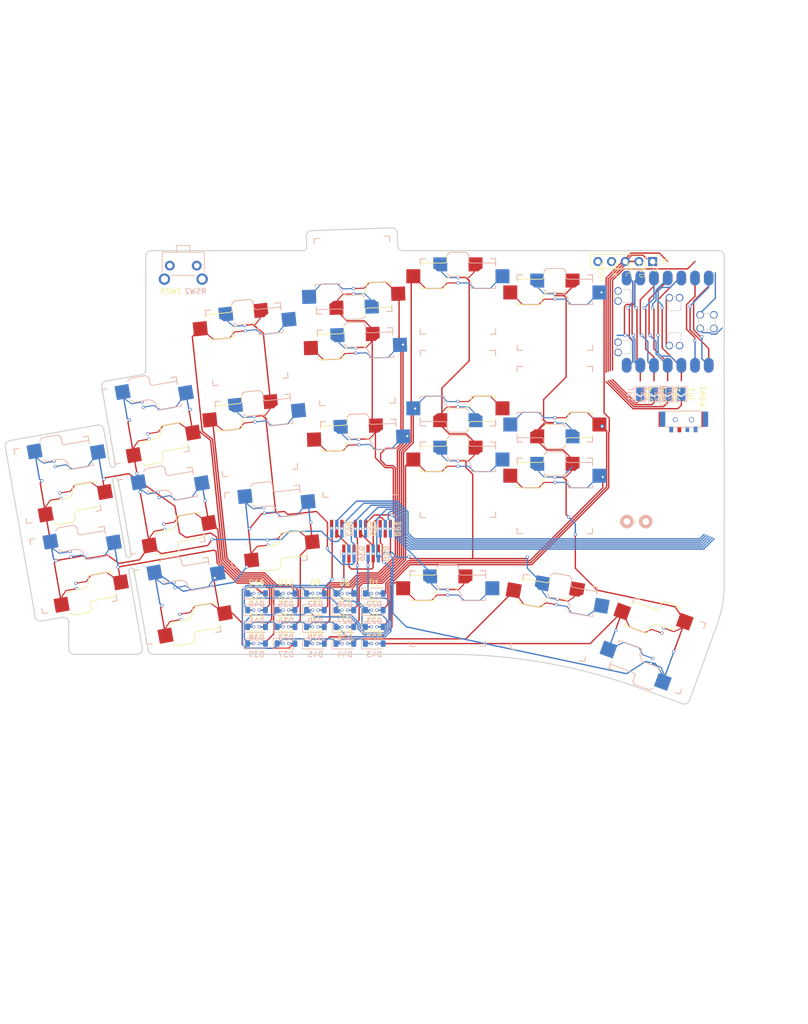
<source format=kicad_pcb>
(kicad_pcb (version 20221018) (generator pcbnew)
  (title_block (title "test") (rev "v1.0.0") (company "Unknown"))
  (layers (0 "F.Cu" signal) (31 "B.Cu" signal) (34 "B.Paste" user) (35 "F.Paste" user) (36 "B.SilkS" user "B.Silkscreen") (37 "F.SilkS" user "F.Silkscreen") (38 "B.Mask" user) (39 "F.Mask" user) (44 "Edge.Cuts" user))
  (net 0 "")
  (net 1 "/SW1D")
  (net 2 "/SW2D")
  (net 3 "/SW3D")
  (net 4 "/SW4D")
  (net 5 "/SW5D")
  (net 6 "/SW6D")
  (net 7 "/SW7D")
  (net 8 "/SW8D")
  (net 9 "/SW9D")
  (net 10 "/SW10D")
  (net 11 "/SW11D")
  (net 12 "/SW12D")
  (net 13 "/SW13D")
  (net 14 "/SW14D")
  (net 15 "/SW15D")
  (net 16 "/SW16D")
  (net 17 "/SW17D")
  (net 18 "/SW18D")
  (net 19 "/SW19D")
  (net 20 "/SW20D")
  (net 21 "C0")
  (net 22 "C1")
  (net 23 "C2")
  (net 24 "C3")
  (net 25 "C4")
  (net 30 "INTR")
  (net 35 "/R0")
  (net 36 "/R1")
  (net 37 "/R2")
  (net 38 "/R3")
  (net 39 "/R4")
  (net 40 "GND")
  (net 41 "RST_R")
  (net 42 "RST_L")
  (net 43 "VCC")
  (net 44 "11")
  (net 45 "10")
  (net 46 "9")
  (net 47 "8")
  (net 48 "5V")
  (net 49 "1")
  (net 50 "BAT")
  (net 52 "VBAT")
  (net 54 "CS")
  (net 55 "SCK")
  (net 56 "MOSI")
  (footprint "Package_TO_SOT_SMD:SOT-23" (layer "F.Cu") (at 79.770991 117.694987 -90)
    (fp_text reference "D64")
    (fp_text value "BAT54A")
  )
  (footprint "Custom_Footprints:Kailh_socket_PG1350_optional_connected" (layer "F.Cu") (at 81.113411 83.020706 2)
    (fp_text reference "SW28")
    (fp_text value "SW_Push_45deg")
  )
  (footprint "Diode_SMD:D_SOD-123" (layer "F.Cu") (at 84.471994 128.194992)
    (fp_text reference "D2")
    (fp_text value "1N4148W")
  )
  (footprint "Custom_Footprints:Kailh_socket_PG1350_optional_connected" (layer "F.Cu") (at 99.999995 86.999989 180)
    (fp_text reference "SW25")
    (fp_text value "SW_Push_45deg")
  )
  (footprint "Diode_SMD:D_SOD-123" (layer "F.Cu") (at 62.627995 128.194988)
    (fp_text reference "D17")
    (fp_text value "1N4148W")
  )
  (footprint "Package_TO_SOT_SMD:SOT-23" (layer "F.Cu") (at 84.270995 117.694989 -90)
    (fp_text reference "D62")
    (fp_text value "BAT54A")
  )
  (footprint "Package_TO_SOT_SMD:SOT-23" (layer "F.Cu") (at 86.510994 113.094992 -90)
    (fp_text reference "D61")
    (fp_text value "BAT54A")
  )
  (footprint "Diode_SMD:D_SOD-123" (layer "F.Cu") (at 79.010991 125.094989)
    (fp_text reference "D6")
    (fp_text value "1N4148W")
  )
  (footprint "Custom_Footprints:Kailh_socket_PG1350_optional_connected" (layer "F.Cu") (at 117.999996 72.999992)
    (fp_text reference "SW23")
    (fp_text value "~")
  )
  (footprint "Diode_SMD:D_SOD-123" (layer "F.Cu") (at 79.010994 134.394991)
    (fp_text reference "D19")
    (fp_text value "1N4148W")
  )
  (footprint "Custom_Footprints:Kailh_socket_PG1350_optional_connected" (layer "F.Cu") (at 81.706701 100.01035 2)
    (fp_text reference "SW27")
    (fp_text value "SW_Push_45deg")
  )
  (footprint "Diode_SMD:D_SOD-123" (layer "F.Cu") (at 68.088995 125.09499)
    (fp_text reference "D12")
    (fp_text value "1N4148W")
  )
  (footprint "Package_TO_SOT_SMD:SOT-23" (layer "F.Cu") (at 77.510989 113.094989 -90)
    (fp_text reference "D65")
    (fp_text value "BAT54A")
  )
  (footprint "Diode_SMD:D_SOD-123" (layer "F.Cu") (at 73.549994 125.094989)
    (fp_text reference "D9")
    (fp_text value "1N4148W")
  )
  (footprint "Jumper:SolderJumper-2_P1.3mm_Open_TrianglePad1.0x1.5mm" (layer "F.Cu") (at 138.938 88.138 -90)
    (fp_text reference "JP2")
    (fp_text value "Jumper_2_Open")
  )
  (footprint "Package_TO_SOT_SMD:SOT-23" (layer "F.Cu") (at 81.910994 113.094991 -90)
    (fp_text reference "D63")
    (fp_text value "BAT54A")
  )
  (footprint "Diode_SMD:D_SOD-123" (layer "F.Cu") (at 68.088997 128.194993)
    (fp_text reference "D11")
    (fp_text value "1N4148W")
  )
  (footprint "Custom_Footprints:Kailh_socket_PG1350_optional_connected" (layer "F.Cu") (at 99.999994 69.999992)
    (fp_text reference "SW26")
    (fp_text value "SW_Push_45deg")
  )
  (footprint "Custom_Footprints:Kailh_socket_PG1350_optional_connected" (layer "F.Cu") (at 99.999992 103.999991)
    (fp_text reference "SW24")
    (fp_text value "SW_Push_45deg")
  )
  (footprint "mcu:xiao-ble-smd-cutout" (layer "F.Cu") (at 138.938 74.676 -90)
    (fp_text reference "U1" hide)
    (fp_text value "xiao-ble" hide)
    (fp_line (start -4.699 -0.7488) (end -4.699 -1.7902) (stroke (width 0.12)) (layer "Edge.Cuts"))
    (fp_line (start -4.0132 -2.476) (end -2.413 -2.476) (stroke (width 0.12)) (layer "Edge.Cuts"))
    (fp_line (start -2.413 -0.063) (end -4.0132 -0.063) (stroke (width 0.12)) (layer "Edge.Cuts"))
    (fp_line (start -2.032 -2.095) (end -2.032 -0.444) (stroke (width 0.12)) (layer "Edge.Cuts"))
    (fp_line (start -1.524 -6.4638) (end -1.524 -8.1402) (stroke (width 0.12)) (layer "Edge.Cuts"))
    (fp_line (start -0.8382 -8.826) (end 0.8382 -8.826) (stroke (width 0.12)) (layer "Edge.Cuts"))
    (fp_line (start -0.8382 -5.778) (end 0.8382 -5.778) (stroke (width 0.12)) (layer "Edge.Cuts"))
    (fp_line (start 1.524 -6.4638) (end 1.524 -8.1402) (stroke (width 0.12)) (layer "Edge.Cuts"))
    (fp_line (start 3.556 8.7762) (end 3.5565 7.176) (stroke (width 0.12)) (layer "Edge.Cuts"))
    (fp_line (start 3.9375 6.795) (end 5.5885 6.795) (stroke (width 0.12)) (layer "Edge.Cuts"))
    (fp_line (start 5.2832 9.462) (end 4.2418 9.462) (stroke (width 0.12)) (layer "Edge.Cuts"))
    (fp_line (start 5.9695 7.176) (end 5.969 8.7762) (stroke (width 0.12)) (layer "Edge.Cuts"))
    (fp_arc (start -4.699 -0.7488) (mid -4.095391 -0.666609) (end -4.0132 -0.063) (stroke (width 0.12)) (layer "Edge.Cuts"))
    (fp_arc (start -4.0132 -2.476) (mid -4.095391 -1.872391) (end -4.699 -1.7902) (stroke (width 0.12)) (layer "Edge.Cuts"))
    (fp_arc (start -2.413 -2.476) (mid -2.143592 -2.364408) (end -2.032 -2.095) (stroke (width 0.12)) (layer "Edge.Cuts"))
    (fp_arc (start -2.032 -0.444) (mid -2.143592 -0.174592) (end -2.413 -0.063) (stroke (width 0.12)) (layer "Edge.Cuts"))
    (fp_arc (start -1.524 -6.4638) (mid -0.920391 -6.381609) (end -0.8382 -5.778) (stroke (width 0.12)) (layer "Edge.Cuts"))
    (fp_arc (start -0.8382 -8.826) (mid -0.920391 -8.222391) (end -1.524 -8.1402) (stroke (width 0.12)) (layer "Edge.Cuts"))
    (fp_arc (start 0.8382 -5.778) (mid 0.920391 -6.381609) (end 1.524 -6.4638) (stroke (width 0.12)) (layer "Edge.Cuts"))
    (fp_arc (start 1.524 -8.1402) (mid 0.920393 -8.222393) (end 0.8382 -8.826) (stroke (width 0.12)) (layer "Edge.Cuts"))
    (fp_arc (start 3.556 8.7762) (mid 4.159607 8.858393) (end 4.2418 9.462) (stroke (width 0.12)) (layer "Edge.Cuts"))
    (fp_arc (start 3.5565 7.176) (mid 3.668092 6.906592) (end 3.9375 6.795) (stroke (width 0.12)) (layer "Edge.Cuts"))
    (fp_arc (start 5.2832 9.462) (mid 5.365393 8.858393) (end 5.969 8.7762) (stroke (width 0.12)) (layer "Edge.Cuts"))
    (fp_arc (start 5.5885 6.795) (mid 5.857908 6.906592) (end 5.9695 7.176) (stroke (width 0.12)) (layer "Edge.Cuts"))
  )
  (footprint "Custom_Footprints:Kailh_socket_PG1350_optional_connected" (layer "F.Cu") (at 80.520118 66.031059 -178)
    (fp_text reference "SW29")
    (fp_text value "SW_Push_45deg")
  )
  (footprint "Diode_SMD:D_SOD-123" (layer "F.Cu") (at 84.471992 125.094991)
    (fp_text reference "D1")
    (fp_text value "1N4148W")
  )
  (footprint "Diode_SMD:D_SOD-123" (layer "F.Cu") (at 68.088992 131.294993)
    (fp_text reference "D10")
    (fp_text value "1N4148W")
  )
  (footprint "Diode_SMD:D_SOD-123" (layer "F.Cu") (at 62.627993 131.29499)
    (fp_text reference "D14")
    (fp_text value "1N4148W")
  )
  (footprint "Custom_Footprints:Kailh_socket_PG1350_optional_connected" (layer "F.Cu") (at 42.01812 93.016251 10)
    (fp_text reference "SW35")
    (fp_text value "SW_Push_45deg")
  )
  (footprint "Custom_Footprints:Kailh_socket_PG1350_optional_connected" (layer "F.Cu") (at 28.632787 120.762113 10)
    (fp_text reference "SW36")
    (fp_text value "SW_Push_45deg")
  )
  (footprint "Custom_Footprints:Kailh_socket_PG1350_optional_connected" (layer "F.Cu") (at 98.114473 127.887192)
    (fp_text reference "SW40")
    (fp_text value "SW_Push_45deg")
  )
  (footprint "Custom_Footprints:Kailh_socket_PG1350_optional_connected" (layer "F.Cu") (at 117.999994 106.999992)
    (fp_text reference "SW21")
    (fp_text value "~")
  )
  (footprint "Custom_Footprints:MSK12C02" (layer "F.Cu") (at 145.607 91.498 -90)
    (fp_text reference "PSW1")
    (fp_text value "SW_SPDT")
  )
  (footprint "Custom_Footprints:Kailh_socket_PG1350_optional_connected" (layer "F.Cu") (at 136.999997 134.799992 160)
    (fp_text reference "SW38")
    (fp_text value "SW_Push_45deg")
  )
  (footprint "Custom_Footprints:Kailh_socket_PG1350_optional_connected" (layer "F.Cu") (at 117.85963 129.642569 -10)
    (fp_text reference "SW39")
    (fp_text value "SW_Push_45deg")
  )
  (footprint "Custom_Footprints:nice!view" (layer "F.Cu") (at 136.144 63.5225 -90)
    (fp_text reference "J1")
    (fp_text value "Conn_01x05_Pin")
  )
  (footprint "Custom_Footprints:BatteryPad" (layer "F.Cu") (at 134.873994 111.76 -90)
    (fp_text reference "BAT+1" hide)
    (fp_text value "+")
  )
  (footprint "Diode_SMD:D_SOD-123" (layer "F.Cu") (at 62.627995 134.39499)
    (fp_text reference "D15")
    (fp_text value "1N4148W")
  )
  (footprint "Custom_Footprints:Kailh_socket_PG1350_optional_connected" (layer "F.Cu") (at 64.351914 112.665139 6)
    (fp_text reference "SW30")
    (fp_text value "SW_Push_45deg")
  )
  (footprint "Custom_Footprints:Kailh_socket_PG1350_optional_connected" (layer "F.Cu") (at 117.999994 89.999988 180)
    (fp_text reference "SW22")
    (fp_text value "~")
  )
  (footprint "Diode_SMD:D_SOD-123" (layer "F.Cu") (at 79.010993 128.19499)
    (fp_text reference "D5")
    (fp_text value "1N4148W")
  )
  (footprint "Jumper:SolderJumper-2_P1.3mm_Open_TrianglePad1.0x1.5mm" (layer "F.Cu") (at 141.478 88.138 -90)
    (fp_text reference "JP1")
    (fp_text value "Jumper_2_Open")
  )
  (footprint "Custom_Footprints:Kailh_socket_PG1350_optional_connected" (layer "F.Cu") (at 60.797948 78.851397 6)
    (fp_text reference "SW32")
    (fp_text value "SW_Push_45deg")
  )
  (footprint "Custom_Footprints:Kailh_socket_PG1350_optional_connected" (layer "F.Cu") (at 25.680766 104.020378 10)
    (fp_text reference "SW37")
    (fp_text value "SW_Push_45deg")
  )
  (footprint "Custom_Footprints:SKHLLCA010" (layer "F.Cu") (at 49.022 65.532)
    (fp_text reference "RSW1")
    (fp_text value "SW_Push")
  )
  (footprint "Diode_SMD:D_SOD-123" (layer "F.Cu") (at 73.549993 134.394993)
    (fp_text reference "D20")
    (fp_text value "1N4148W")
  )
  (footprint "Diode_SMD:D_SOD-123" (layer "F.Cu") (at 84.471994 131.29499)
    (fp_text reference "D3")
    (fp_text value "1N4148W")
  )
  (footprint "Custom_Footprints:Kailh_socket_PG1350_optional_connected" (layer "F.Cu") (at 62.574931 95.758265 6)
    (fp_text reference "SW31")
    (fp_text value "SW_Push_45deg")
  )
  (footprint "Custom_Footprints:Kailh_socket_PG1350_optional_connected" (layer "F.Cu") (at 44.970137 109.757987 10)
    (fp_text reference "SW34")
    (fp_text value "SW_Push_45deg")
  )
  (footprint "Diode_SMD:D_SOD-123" (layer "F.Cu") (at 73.549995 131.294989)
    (fp_text reference "D7")
    (fp_text value "1N4148W")
  )
  (footprint "Diode_SMD:D_SOD-123" (layer "F.Cu") (at 84.471997 134.394993)
    (fp_text reference "D18")
    (fp_text value "1N4148W")
  )
  (footprint "Diode_SMD:D_SOD-123" (layer "F.Cu") (at 62.627991 125.094989)
    (fp_text reference "D16")
    (fp_text value "1N4148W")
  )
  (footprint "Custom_Footprints:Kailh_socket_PG1350_optional_connected" (layer "F.Cu") (at 47.922158 126.49972 10)
    (fp_text reference "SW33")
    (fp_text value "SW_Push_45deg")
  )
  (footprint "Diode_SMD:D_SOD-123" (layer "F.Cu") (at 79.010996 131.294992)
    (fp_text reference "D4")
    (fp_text value "1N4148W")
  )
  (footprint "Diode_SMD:D_SOD-123" (layer "F.Cu") (at 68.088997 134.39499)
    (fp_text reference "D13")
    (fp_text value "1N4148W")
  )
  (footprint "Jumper:SolderJumper-2_P1.3mm_Open_TrianglePad1.0x1.5mm" (layer "F.Cu") (at 133.858 88.138 -90)
    (fp_text reference "JP4")
    (fp_text value "Jumper_2_Open")
  )
  (footprint "Custom_Footprints:BatteryPad" (layer "F.Cu") (at 131.373994 111.76 -90)
    (fp_text reference "BATGND1" hide)
    (fp_text value "-")
  )
  (footprint "Jumper:SolderJumper-2_P1.3mm_Open_TrianglePad1.0x1.5mm" (layer "F.Cu") (at 136.398 88.138 -90)
    (fp_text reference "JP3")
    (fp_text value "Jumper_2_Open")
  )
  (footprint "Diode_SMD:D_SOD-123" (layer "F.Cu") (at 73.549994 128.19499)
    (fp_text reference "D8")
    (fp_text value "1N4148W")
  )
  (footprint "Custom_Footprints:Kailh_socket_PG1350_optional_connected" (layer "B.Cu") (at 81.113411 83.020706 -178)
    (fp_text reference "SW8")
    (fp_text value "SW_Push_45deg")
  )
  (footprint "Custom_Footprints:Kailh_socket_PG1350_optional_connected" (layer "B.Cu") (at 117.999994 106.999992 180)
    (fp_text reference "SW1")
    (fp_text value "SW_Push_45deg")
  )
  (footprint "Custom_Footprints:Kailh_socket_PG1350_optional_connected" (layer "B.Cu") (at 64.351914 112.665139 6)
    (fp_text reference "SW10")
    (fp_text value "SW_Push_45deg")
  )
  (footprint "Package_TO_SOT_SMD:SOT-23" (layer "B.Cu") (at 84.280995 117.694991 90)
    (fp_text reference "D26")
    (fp_text value "BAT54A")
  )
  (footprint "Custom_Footprints:Kailh_socket_PG1350_optional_connected" (layer "B.Cu") (at 44.970137 109.757987 10)
    (fp_text reference "SW14")
    (fp_text value "SW_Push_45deg")
  )
  (footprint "Custom_Footprints:SKHLLCA010" (layer "B.Cu") (at 49.022 65.532 180)
    (fp_text reference "RSW2")
    (fp_text value "SW_Push")
  )
  (footprint "Jumper:SolderJumper-2_P1.3mm_Open_TrianglePad1.0x1.5mm" (layer "B.Cu") (at 138.938 88.138 -90)
    (fp_text reference "JP3")
    (fp_text value "Jumper_2_Open")
  )
  (footprint "Custom_Footprints:Kailh_socket_PG1350_optional_connected" (layer "B.Cu") (at 80.520118 66.031059 2)
    (fp_text reference "SW9")
    (fp_text value "SW_Push_45deg")
  )
  (footprint "Custom_Footprints:Kailh_socket_PG1350_optional_connected" (layer "B.Cu") (at 136.999997 134.799992 160)
    (fp_text reference "SW18")
    (fp_text value "SW_Push_45deg")
  )
  (footprint "Diode_SMD:D_SOD-123" (layer "B.Cu") (at 79.010991 125.094991)
    (fp_text reference "D28")
    (fp_text value "1N4148W")
  )
  (footprint "Diode_SMD:D_SOD-123" (layer "B.Cu") (at 62.627995 134.39499)
    (fp_text reference "D39")
    (fp_text value "1N4148W")
  )
  (footprint "Custom_Footprints:Kailh_socket_PG1350_optional_connected" (layer "B.Cu") (at 42.01812 93.016251 10)
    (fp_text reference "SW15")
    (fp_text value "SW_Push_45deg")
  )
  (footprint "Diode_SMD:D_SOD-123" (layer "B.Cu") (at 84.471992 125.094991)
    (fp_text reference "D22")
    (fp_text value "1N4148W")
  )
  (footprint "Package_TO_SOT_SMD:SOT-23" (layer "B.Cu") (at 77.520992 113.09499 90)
    (fp_text reference "D42")
    (fp_text value "BAT54A")
  )
  (footprint "Diode_SMD:D_SOD-123" (layer "B.Cu") (at 68.088992 131.294993)
    (fp_text reference "D33")
    (fp_text value "1N4148W")
  )
  (footprint "Custom_Footprints:Kailh_socket_PG1350_optional_connected" (layer "B.Cu") (at 99.999992 103.999991 180)
    (fp_text reference "SW4")
    (fp_text value "SW_Push_45deg")
  )
  (footprint "Custom_Footprints:Kailh_socket_PG1350_optional_connected" (layer "B.Cu") (at 60.797949 78.851399 -174)
    (fp_text reference "SW12")
    (fp_text value "SW_Push_45deg")
  )
  (footprint "Diode_SMD:D_SOD-123" (layer "B.Cu") (at 68.088997 128.194993)
    (fp_text reference "D34")
    (fp_text value "1N4148W")
  )
  (footprint "Diode_SMD:D_SOD-123" (layer "B.Cu") (at 73.549995 131.294989)
    (fp_text reference "D29")
    (fp_text value "1N4148W")
  )
  (footprint "Diode_SMD:D_SOD-123" (layer "B.Cu") (at 73.549994 125.094989)
    (fp_text reference "D32")
    (fp_text value "1N4148W")
  )
  (footprint "Diode_SMD:D_SOD-123" (layer "B.Cu") (at 68.088995 125.09499)
    (fp_text reference "D35")
    (fp_text value "1N4148W")
  )
  (footprint "Package_TO_SOT_SMD:SOT-23" (layer "B.Cu") (at 86.520993 113.09499 90)
    (fp_text reference "D21")
    (fp_text value "BAT54A")
  )
  (footprint "Diode_SMD:D_SOD-123" (layer "B.Cu") (at 84.471994 131.29499)
    (fp_text reference "D24")
    (fp_text value "1N4148W")
  )
  (footprint "Jumper:SolderJumper-2_P1.3mm_Open_TrianglePad1.0x1.5mm" (layer "B.Cu") (at 141.478 88.138 -90)
    (fp_text reference "JP4")
    (fp_text value "Jumper_2_Open")
  )
  (footprint "Custom_Footprints:Kailh_socket_PG1350_optional_connected" (layer "B.Cu") (at 117.999996 72.999992 180)
    (fp_text reference "SW3")
    (fp_text value "~")
  )
  (footprint "Diode_SMD:D_SOD-123" (layer "B.Cu") (at 62.627995 128.194988)
    (fp_text reference "D41")
    (fp_text value "1N4148W")
  )
  (footprint "Package_TO_SOT_SMD:SOT-23" (layer "B.Cu") (at 81.920993 113.094987 90)
    (fp_text reference "D31")
    (fp_text value "BAT54A")
  )
  (footprint "Jumper:SolderJumper-2_P1.3mm_Open_TrianglePad1.0x1.5mm" (layer "B.Cu") (at 133.858 88.138 -90)
    (fp_text reference "JP1")
    (fp_text value "Jumper_2_Open")
  )
  (footprint "Custom_Footprints:Kailh_socket_PG1350_optional_connected" (layer "B.Cu") (at 99.999995 86.999989)
    (fp_text reference "SW5")
    (fp_text value "SW_Push_45deg")
  )
  (footprint "Diode_SMD:D_SOD-123" (layer "B.Cu") (at 79.010997 134.394992)
    (fp_text reference "D44")
    (fp_text value "1N4148W")
  )
  (footprint "Diode_SMD:D_SOD-123" (layer "B.Cu") (at 73.549993 134.394993)
    (fp_text reference "D45")
    (fp_text value "1N4148W")
  )
  (footprint "Jumper:SolderJumper-2_P1.3mm_Open_TrianglePad1.0x1.5mm" (layer "B.Cu") (at 136.398 88.138 -90)
    (fp_text reference "JP2")
    (fp_text value "Jumper_2_Open")
  )
  (footprint "Package_TO_SOT_SMD:SOT-23" (layer "B.Cu") (at 79.770991 117.694987 90)
    (fp_text reference "D36")
    (fp_text value "BAT54A")
  )
  (footprint "Custom_Footprints:Kailh_socket_PG1350_optional_connected" (layer "B.Cu") (at 28.632787 120.762113 10)
    (fp_text reference "SW16")
    (fp_text value "SW_Push_45deg")
  )
  (footprint "Custom_Footprints:Kailh_socket_PG1350_optional_connected" (layer "B.Cu") (at 117.85963 129.64257 170)
    (fp_text reference "SW19")
    (fp_text value "SW_Push_45deg")
  )
  (footprint "Diode_SMD:D_SOD-123" (layer "B.Cu") (at 79.010995 131.294991)
    (fp_text reference "D25")
    (fp_text value "1N4148W")
  )
  (footprint "Custom_Footprints:Kailh_socket_PG1350_optional_connected" (layer "B.Cu") (at 25.680766 104.020378 10)
    (fp_text reference "SW17")
    (fp_text value "SW_Push_45deg")
  )
  (footprint "Diode_SMD:D_SOD-123" (layer "B.Cu") (at 62.627993 131.29499)
    (fp_text reference "D38")
    (fp_text value "1N4148W")
  )
  (footprint "Diode_SMD:D_SOD-123" (layer "B.Cu") (at 68.088997 134.39499)
    (fp_text reference "D37")
    (fp_text value "1N4148W")
  )
  (footprint "Custom_Footprints:Kailh_socket_PG1350_optional_connected" (layer "B.Cu") (at 117.999994 89.999988)
    (fp_text reference "SW2")
    (fp_text value "~")
  )
  (footprint "Diode_SMD:D_SOD-123" (layer "B.Cu") (at 79.010992 128.194991)
    (fp_text reference "D27")
    (fp_text value "1N4148W")
  )
  (footprint "mcu:xiao-ble-smd-cutout" (layer "B.Cu") (at 138.938 74.676 90)
    (fp_text reference "U2" hide)
    (fp_text value "xiao-ble" hide)
    (fp_line (start -4.699 0.7488) (end -4.699 1.7902) (stroke (width 0.12)) (layer "Edge.Cuts"))
    (fp_line (start -4.0132 2.476) (end -2.413 2.476) (stroke (width 0.12)) (layer "Edge.Cuts"))
    (fp_line (start -2.413 0.063) (end -4.0132 0.063) (stroke (width 0.12)) (layer "Edge.Cuts"))
    (fp_line (start -2.032 2.095) (end -2.032 0.444) (stroke (width 0.12)) (layer "Edge.Cuts"))
    (fp_line (start -1.524 6.4638) (end -1.524 8.1402) (stroke (width 0.12)) (layer "Edge.Cuts"))
    (fp_line (start -0.8382 5.778) (end 0.8382 5.778) (stroke (width 0.12)) (layer "Edge.Cuts"))
    (fp_line (start -0.8382 8.826) (end 0.8382 8.826) (stroke (width 0.12)) (layer "Edge.Cuts"))
    (fp_line (start 1.524 6.4638) (end 1.524 8.1402) (stroke (width 0.12)) (layer "Edge.Cuts"))
    (fp_line (start 3.556 -8.7762) (end 3.5565 -7.176) (stroke (width 0.12)) (layer "Edge.Cuts"))
    (fp_line (start 3.9375 -6.795) (end 5.5885 -6.795) (stroke (width 0.12)) (layer "Edge.Cuts"))
    (fp_line (start 5.2832 -9.462) (end 4.2418 -9.462) (stroke (width 0.12)) (layer "Edge.Cuts"))
    (fp_line (start 5.9695 -7.176) (end 5.969 -8.7762) (stroke (width 0.12)) (layer "Edge.Cuts"))
    (fp_arc (start -4.699 1.7902) (mid -4.095391 1.872391) (end -4.0132 2.476) (stroke (width 0.12)) (layer "Edge.Cuts"))
    (fp_arc (start -4.0132 0.063) (mid -4.095391 0.666609) (end -4.699 0.7488) (stroke (width 0.12)) (layer "Edge.Cuts"))
    (fp_arc (start -2.413 0.063) (mid -2.143592 0.174592) (end -2.032 0.444) (stroke (width 0.12)) (layer "Edge.Cuts"))
    (fp_arc (start -2.032 2.095) (mid -2.143592 2.364408) (end -2.413 2.476) (stroke (width 0.12)) (layer "Edge.Cuts"))
    (fp_arc (start -1.524 8.1402) (mid -0.920391 8.222391) (end -0.8382 8.826) (stroke (width 0.12)) (layer "Edge.Cuts"))
    (fp_arc (start -0.8382 5.778) (mid -0.920391 6.381609) (end -1.524 6.4638) (stroke (width 0.12)) (layer "Edge.Cuts"))
    (fp_arc (start 0.8382 8.826) (mid 0.920393 8.222393) (end 1.524 8.1402) (stroke (width 0.12)) (layer "Edge.Cuts"))
    (fp_arc (start 1.524 6.4638) (mid 0.920393 6.381607) (end 0.8382 5.778) (stroke (width 0.12)) (layer "Edge.Cuts"))
    (fp_arc (start 3.9375 -6.795) (mid 3.668092 -6.906592) (end 3.5565 -7.176) (stroke (width 0.12)) (layer "Edge.Cuts"))
    (fp_arc (start 4.2418 -9.462) (mid 4.159607 -8.858393) (end 3.556 -8.7762) (stroke (width 0.12)) (layer "Edge.Cuts"))
    (fp_arc (start 5.969 -8.7762) (mid 5.365357 -8.858357) (end 5.2832 -9.462) (stroke (width 0.12)) (layer "Edge.Cuts"))
    (fp_arc (start 5.9695 -7.176) (mid 5.857908 -6.906592) (end 5.5885 -6.795) (stroke (width 0.12)) (layer "Edge.Cuts"))
  )
  (footprint "Custom_Footprints:Kailh_socket_PG1350_optional_connected" (layer "B.Cu") (at 81.706701 100.01035 -178)
    (fp_text reference "SW7")
    (fp_text value "SW_Push_45deg")
  )
  (footprint "Custom_Footprints:MSK12C02" (layer "B.Cu") (at 138.09897 91.450613 -90)
    (fp_text reference "PSW2")
    (fp_text value "SW_SPDT")
  )
  (footprint "Diode_SMD:D_SOD-123" (layer "B.Cu") (at 62.627991 125.094989)
    (fp_text reference "D40")
    (fp_text value "1N4148W")
  )
  (footprint "Custom_Footprints:Kailh_socket_PG1350_optional_connected" (layer "B.Cu") (at 98.114473 127.887192 180)
    (fp_text reference "SW20")
    (fp_text value "SW_Push_45deg")
  )
  (footprint "Diode_SMD:D_SOD-123" (layer "B.Cu") (at 84.471994 128.194992)
    (fp_text reference "D23")
    (fp_text value "1N4148W")
  )
  (footprint "Custom_Footprints:Kailh_socket_PG1350_optional_connected" (layer "B.Cu") (at 99.999994 69.999992 180)
    (fp_text reference "SW6")
    (fp_text value "SW_Push_45deg")
  )
  (footprint "Custom_Footprints:Kailh_socket_PG1350_optional_connected" (layer "B.Cu") (at 47.922158 126.49972 10)
    (fp_text reference "SW13")
    (fp_text value "SW_Push_45deg")
  )
  (footprint "Custom_Footprints:Kailh_socket_PG1350_optional_connected" (layer "B.Cu") (at 62.574931 95.758265 -174)
    (fp_text reference "SW11")
    (fp_text value "SW_Push_45deg")
  )
  (footprint "Diode_SMD:D_SOD-123" (layer "B.Cu") (at 84.471997 134.394993)
    (fp_text reference "D43")
    (fp_text value "1N4148W")
  )
  (footprint "Diode_SMD:D_SOD-123" (layer "B.Cu") (at 73.549994 128.19499)
    (fp_text reference "D30")
    (fp_text value "1N4148W")
  )
  (gr_arc (start 36.413871 101.112429) (mid 36.008299 101.691684) (end 35.429056 101.286036) (stroke (width 0.2)) (layer "Edge.Cuts"))
  (gr_arc (start 41.411392 135.213553) (mid 41.192628 136.029983) (end 40.426585 136.387201) (stroke (width 0.2)) (layer "Edge.Cuts"))
  (gr_arc (start 71.86047 58.829203) (mid 72.128503 58.11229) (end 72.824961 57.794912) (stroke (width 0.2)) (layer "Edge.Cuts"))
  (gr_arc (start 33.897291 86.840198) (mid 34.062923 86.092942) (end 34.708451 85.681742) (stroke (width 0.2)) (layer "Edge.Cuts"))
  (gr_arc (start 15.970534 97.900435) (mid 16.136197 97.153229) (end 16.781693 96.741979) (stroke (width 0.2)) (layer "Edge.Cuts"))
  (gr_line (start 87.718922 57.274804) (end 72.824961 57.794912) (stroke (width 0.2)) (layer "Edge.Cuts"))
  (gr_line (start 35.950008 104.240501) (end 38.381082 118.027809) (stroke (width 0.2)) (layer "Edge.Cuts"))
  (gr_line (start 61.499447 136.387201) (end 98.114482 136.387201) (stroke (width 0.2)) (layer "Edge.Cuts"))
  (gr_arc (start 26.607782 129.518453) (mid 27.356627 129.685266) (end 27.766922 130.333537) (stroke (width 0.2)) (layer "Edge.Cuts"))
  (gr_line (start 42.06857 63.440471) (end 42.06857 83.544854) (stroke (width 0.2)) (layer "Edge.Cuts"))
  (gr_line (start 61.499447 136.387201) (end 43.472865 136.387201) (stroke (width 0.2)) (layer "Edge.Cuts"))
  (gr_arc (start 38.902027 120.982233) (mid 39.30758 120.403025) (end 39.886834 120.808584) (stroke (width 0.2)) (layer "Edge.Cuts"))
  (gr_arc (start 71.937258 60.866706) (mid 71.766989 61.31304) (end 71.327381 61.5) (stroke (width 0.2)) (layer "Edge.Cuts"))
  (gr_line (start 34.263338 94.67492) (end 35.429071 101.286119) (stroke (width 0.2)) (layer "Edge.Cuts"))
  (gr_line (start 38.902027 120.982233) (end 41.411392 135.213553) (stroke (width 0.2)) (layer "Edge.Cuts"))
  (gr_arc (start 98.114482 136.387201) (mid 116.384729 137.999469) (end 134.090267 142.786455) (stroke (width 0.2)) (layer "Edge.Cuts"))
  (gr_arc (start 22.683093 130.210481) (mid 21.935847 130.044846) (end 21.524637 129.399322) (stroke (width 0.2)) (layer "Edge.Cuts"))
  (gr_line (start 71.86047 58.829203) (end 71.937258 60.866706) (stroke (width 0.2)) (layer "Edge.Cuts"))
  (gr_arc (start 89.832767 61.5) (mid 89.138129 61.219328) (end 88.833376 60.534899) (stroke (width 0.2)) (layer "Edge.Cuts"))
  (gr_line (start 26.940514 94.950705) (end 33.104882 93.86376) (stroke (width 0.2)) (layer "Edge.Cuts"))
  (gr_line (start 71.327381 61.5) (end 43.06857 61.500001) (stroke (width 0.2)) (layer "Edge.Cuts"))
  (gr_arc (start 35.950015 104.240543) (mid 36.355558 103.661315) (end 36.934815 104.066853) (stroke (width 0.2)) (layer "Edge.Cuts"))
  (gr_line (start 21.439132 128.914398) (end 21.524637 129.399322) (stroke (width 0.2)) (layer "Edge.Cuts"))
  (gr_arc (start 33.104882 93.86376) (mid 33.852095 94.029429) (end 34.263338 94.67492) (stroke (width 0.2)) (layer "Edge.Cuts"))
  (gr_line (start 142.993215 144.962329) (end 148.084846 130.958588) (stroke (width 0.2)) (layer "Edge.Cuts"))
  (gr_line (start 26.940514 94.950705) (end 16.781693 96.741979) (stroke (width 0.2)) (layer "Edge.Cuts"))
  (gr_line (start 15.970534 97.900435) (end 21.439132 128.914398) (stroke (width 0.2)) (layer "Edge.Cuts"))
  (gr_line (start 42.06857 63.440471) (end 42.06857 62.500001) (stroke (width 0.2)) (layer "Edge.Cuts"))
  (gr_line (start 134.090267 142.786455) (end 141.711388 145.560316) (stroke (width 0.2)) (layer "Edge.Cuts"))
  (gr_line (start 88.833376 60.534899) (end 88.753212 58.239295) (stroke (width 0.2)) (layer "Edge.Cuts"))
  (gr_arc (start 148.432537 61.500001) (mid 149.139628 61.792916) (end 149.432537 62.500026) (stroke (width 0.2)) (layer "Edge.Cuts"))
  (gr_line (start 41.242218 84.529662) (end 34.708451 85.681742) (stroke (width 0.2)) (layer "Edge.Cuts"))
  (gr_line (start 109.5 61.5) (end 89.832767 61.5) (stroke (width 0.2)) (layer "Edge.Cuts"))
  (gr_line (start 33.897291 86.840198) (end 36.413871 101.112429) (stroke (width 0.2)) (layer "Edge.Cuts"))
  (gr_arc (start 142.993215 144.962329) (mid 142.476175 145.526852) (end 141.711388 145.560316) (stroke (width 0.2)) (layer "Edge.Cuts"))
  (gr_arc (start 42.06857 62.500001) (mid 42.361461 61.792883) (end 43.06857 61.500001) (stroke (width 0.2)) (layer "Edge.Cuts"))
  (gr_line (start 148.432537 61.500001) (end 109.5 61.5) (stroke (width 0.2)) (layer "Edge.Cuts"))
  (gr_line (start 149.431043 123.38123) (end 149.432537 62.500026) (stroke (width 0.2)) (layer "Edge.Cuts"))
  (gr_line (start 148.084846 130.958588) (end 148.106801 130.898204) (stroke (width 0.2)) (layer "Edge.Cuts"))
  (gr_line (start 40.426585 136.387201) (end 28.765982 136.387201) (stroke (width 0.2)) (layer "Edge.Cuts"))
  (gr_arc (start 39.36589 117.854161) (mid 38.960322 118.433393) (end 38.381082 118.027809) (stroke (width 0.2)) (layer "Edge.Cuts"))
  (gr_arc (start 43.472865 136.387201) (mid 42.830096 136.153232) (end 42.488057 135.560849) (stroke (width 0.2)) (layer "Edge.Cuts"))
  (gr_arc (start 149.431043 123.38123) (mid 149.097409 127.197586) (end 148.106801 130.898204) (stroke (width 0.2)) (layer "Edge.Cuts"))
  (gr_line (start 36.934815 104.066853) (end 39.36589 117.854161) (stroke (width 0.2)) (layer "Edge.Cuts"))
  (gr_arc (start 28.765982 136.387201) (mid 28.058821 136.094236) (end 27.765989 135.387017) (stroke (width 0.2)) (layer "Edge.Cuts"))
  (gr_line (start 39.886834 120.808584) (end 42.488057 135.560849) (stroke (width 0.2)) (layer "Edge.Cuts"))
  (gr_arc (start 87.718922 57.274804) (mid 88.435808 57.542849) (end 88.753212 58.239295) (stroke (width 0.2)) (layer "Edge.Cuts"))
  (gr_line (start 26.607782 129.518453) (end 22.683093 130.210481) (stroke (width 0.2)) (layer "Edge.Cuts"))
  (gr_arc (start 42.06857 83.544854) (mid 41.834629 84.187659) (end 41.242218 84.529662) (stroke (width 0.2)) (layer "Edge.Cuts"))
  (gr_line (start 27.766922 130.333537) (end 27.765989 135.387017) (stroke (width 0.2)) (layer "Edge.Cuts"))
  (segment (start 85.871993 125.094992) (end 86.630993 125.094989) (width 0.25) (layer "F.Cu") (net 1))
  (segment (start 126.889995 105.489478) (end 126.889991 103.504991) (width 0.25) (layer "F.Cu") (net 1))
  (segment (start 113.376484 119.002991) (end 126.889995 105.489478) (width 0.25) (layer "F.Cu") (net 1))
  (segment (start 86.63099 123.166184) (end 90.794186 119.00299) (width 0.25) (layer "F.Cu") (net 1))
  (segment (start 84.971996 125.094992) (end 85.87199 125.094993) (width 0.25) (layer "F.Cu") (net 1))
  (segment (start 85.87199 125.094993) (end 85.871992 125.094992) (width 0.25) (layer "F.Cu") (net 1))
  (segment (start 90.794186 119.00299) (end 113.376484 119.002991) (width 0.25) (layer "F.Cu") (net 1))
  (segment (start 86.630993 125.094989) (end 86.63099 123.166184) (width 0.25) (layer "F.Cu") (net 1))
  (via (at 84.971996 125.094992) (size 0.6) (drill 0.4) (layers "F.Cu" "B.Cu") (net 1))
  (via (at 126.889991 103.504991) (size 0.8) (drill 0.4) (layers "F.Cu" "B.Cu") (net 1))
  (segment (start 84.971996 125.094992) (end 85.863994 125.094993) (width 0.25) (layer "B.Cu") (net 1))
  (segment (start 126.499993 103.199989) (end 126.584993 103.19999) (width 0.25) (layer "B.Cu") (net 1))
  (segment (start 126.584993 103.19999) (end 126.889991 103.504991) (width 0.25) (layer "B.Cu") (net 1))
  (segment (start 87.007993 123.322343) (end 90.950342 119.379988) (width 0.25) (layer "F.Cu") (net 2))
  (segment (start 90.950342 119.379988) (end 113.554993 119.379991) (width 0.25) (layer "F.Cu") (net 2))
  (segment (start 85.863993 128.194989) (end 84.971991 128.194991) (width 0.25) (layer "F.Cu") (net 2))
  (segment (start 126.499995 93.799993) (end 126.784995 94.084991) (width 0.25) (layer "F.Cu") (net 2))
  (segment (start 87.00799 127.133991) (end 87.007993 123.322343) (width 0.25) (layer "F.Cu") (net 2))
  (segment (start 127.614996 105.31999) (end 127.61499 94.914991) (width 0.25) (layer "F.Cu") (net 2))
  (segment (start 113.554993 119.379991) (end 127.614996 105.31999) (width 0.25) (layer "F.Cu") (net 2))
  (segment (start 127.61499 94.914991) (end 126.784995 94.084991) (width 0.25) (layer "F.Cu") (net 2))
  (segment (start 85.87199 128.269995) (end 87.00799 127.133991) (width 0.25) (layer "F.Cu") (net 2))
  (via (at 84.971991 128.194991) (size 0.6) (drill 0.4) (layers "F.Cu" "B.Cu") (net 2))
  (via (at 126.784995 94.084991) (size 0.8) (drill 0.4) (layers "F.Cu" "B.Cu") (net 2))
  (segment (start 84.971991 128.194991) (end 85.863993 128.194989) (width 0.25) (layer "B.Cu") (net 2))
  (segment (start 113.711153 119.756991) (end 127.991996 105.476148) (width 0.25) (layer "F.Cu") (net 3))
  (segment (start 127.991996 105.476148) (end 127.991996 95.146159) (width 0.25) (layer "F.Cu") (net 3))
  (segment (start 85.863991 131.294989) (end 84.971993 131.294987) (width 0.25) (layer "F.Cu") (net 3))
  (segment (start 87.384993 129.93199) (end 87.384993 123.478498) (width 0.25) (layer "F.Cu") (net 3))
  (segment (start 127.139 69.719227) (end 126.66 69.240227) (width 0.25) (layer "F.Cu") (net 3))
  (segment (start 127.139 91.600821) (end 127.139 69.719227) (width 0.25) (layer "F.Cu") (net 3))
  (segment (start 85.871988 131.444991) (end 87.384993 129.93199) (width 0.25) (layer "F.Cu") (net 3))
  (segment (start 128.099994 92.561815) (end 127.139 91.600821) (width 0.25) (layer "F.Cu") (net 3))
  (segment (start 128.099994 95.038161) (end 128.099994 92.561815) (width 0.25) (layer "F.Cu") (net 3))
  (segment (start 91.106503 119.75699) (end 113.711153 119.756991) (width 0.25) (layer "F.Cu") (net 3))
  (segment (start 127.991996 95.146159) (end 128.099994 95.038161) (width 0.25) (layer "F.Cu") (net 3))
  (segment (start 87.384993 123.478498) (end 91.106503 119.75699) (width 0.25) (layer "F.Cu") (net 3))
  (via (at 126.66 69.240227) (size 0.8) (drill 0.4) (layers "F.Cu" "B.Cu") (net 3))
  (via (at 84.971993 131.294987) (size 0.6) (drill 0.4) (layers "F.Cu" "B.Cu") (net 3))
  (segment (start 126.499993 69.199992) (end 126.619765 69.199992) (width 0.25) (layer "B.Cu") (net 3))
  (segment (start 84.971993 131.294987) (end 85.863991 131.294989) (width 0.25) (layer "B.Cu") (net 3))
  (segment (start 126.619765 69.199992) (end 126.66 69.240227) (width 0.25) (layer "B.Cu") (net 3))
  (segment (start 81.662995 123.893979) (end 81.662994 130.042994) (width 0.25) (layer "F.Cu") (net 4))
  (segment (start 85.99599 123.189991) (end 82.366981 123.189987) (width 0.25) (layer "F.Cu") (net 4))
  (segment (start 81.662994 130.042994) (end 80.410992 131.294996) (width 0.25) (layer "F.Cu") (net 4))
  (segment (start 91.499993 100.199992) (end 90.276994 101.422988) (width 0.25) (layer "F.Cu") (net 4))
  (segment (start 90.276995 118.908992) (end 85.99599 123.189991) (width 0.25) (layer "F.Cu") (net 4))
  (segment (start 82.366981 123.189987) (end 81.662995 123.893979) (width 0.25) (layer "F.Cu") (net 4))
  (segment (start 90.276994 101.422988) (end 90.276995 118.908992) (width 0.25) (layer "F.Cu") (net 4))
  (segment (start 80.402994 131.294992) (end 79.510993 131.294987) (width 0.25) (layer "F.Cu") (net 4))
  (via (at 79.510993 131.294987) (size 0.6) (drill 0.4) (layers "F.Cu" "B.Cu") (net 4))
  (segment (start 79.510993 131.294987) (end 80.402994 131.294992) (width 0.25) (layer "B.Cu") (net 4))
  (segment (start 81.285995 123.737819) (end 81.285992 127.394994) (width 0.25) (layer "F.Cu") (net 5))
  (segment (start 80.402995 128.194992) (end 79.510993 128.194989) (width 0.25) (layer "F.Cu") (net 5))
  (segment (start 85.839834 122.812988) (end 82.210826 122.81299) (width 0.25) (layer "F.Cu") (net 5))
  (segment (start 91.711494 97.150318) (end 89.899989 98.96182) (width 0.25) (layer "F.Cu") (net 5))
  (segment (start 92.05899 90.794094) (end 91.711495 91.141592) (width 0.25) (layer "F.Cu") (net 5))
  (segment (start 82.210826 122.81299) (end 81.285995 123.737819) (width 0.25) (layer "F.Cu") (net 5))
  (segment (start 89.899991 118.752829) (end 85.839834 122.812988) (width 0.25) (layer "F.Cu") (net 5))
  (segment (start 81.285992 127.394994) (end 80.410992 128.269991) (width 0.25) (layer "F.Cu") (net 5))
  (segment (start 91.711495 91.141592) (end 91.711494 97.150318) (width 0.25) (layer "F.Cu") (net 5))
  (segment (start 89.899989 98.96182) (end 89.899991 118.752829) (width 0.25) (layer "F.Cu") (net 5))
  (via (at 79.510993 128.194989) (size 0.6) (drill 0.4) (layers "F.Cu" "B.Cu") (net 5))
  (via (at 92.05899 90.794094) (size 0.8) (drill 0.4) (layers "F.Cu" "B.Cu") (net 5))
  (segment (start 92.053098 90.799991) (end 91.499994 90.799994) (width 0.25) (layer "B.Cu") (net 5))
  (segment (start 92.05899 90.794094) (end 92.053098 90.799991) (width 0.25) (layer "B.Cu") (net 5))
  (segment (start 79.510993 128.194989) (end 80.402995 128.194992) (width 0.25) (layer "B.Cu") (net 5))
  (segment (start 80.402994 125.09499) (end 79.510993 125.094987) (width 0.25) (layer "F.Cu") (net 6))
  (segment (start 91.499995 66.19999) (end 91.334493 66.365493) (width 0.25) (layer "F.Cu") (net 6))
  (segment (start 82.05467 122.435988) (end 80.410994 124.079663) (width 0.25) (layer "F.Cu") (net 6))
  (segment (start 91.334489 96.994162) (end 89.522995 98.80566) (width 0.25) (layer "F.Cu") (net 6))
  (segment (start 89.522995 98.80566) (end 89.522992 118.596675) (width 0.25) (layer "F.Cu") (net 6))
  (segment (start 80.410994 124.079663) (end 80.410992 125.094994) (width 0.25) (layer "F.Cu") (net 6))
  (segment (start 89.522992 118.596675) (end 85.683681 122.43599) (width 0.25) (layer "F.Cu") (net 6))
  (segment (start 91.334493 66.365493) (end 91.334489 96.994162) (width 0.25) (layer "F.Cu") (net 6))
  (segment (start 85.683681 122.43599) (end 82.05467 122.435988) (width 0.25) (layer "F.Cu") (net 6))
  (via (at 79.510993 125.094987) (size 0.6) (drill 0.4) (layers "F.Cu" "B.Cu") (net 6))
  (segment (start 79.510993 125.094987) (end 80.402994 125.09499) (width 0.25) (layer "B.Cu") (net 6))
  (segment (start 85.52752 122.058991) (end 81.89851 122.058991) (width 0.25) (layer "F.Cu") (net 7))
  (segment (start 89.145991 98.649499) (end 89.145994 118.440517) (width 0.25) (layer "F.Cu") (net 7))
  (segment (start 76.208995 130.035989) (end 74.949995 131.294993) (width 0.25) (layer "F.Cu") (net 7))
  (segment (start 90.440989 97.354502) (end 89.145991 98.649499) (width 0.25) (layer "F.Cu") (net 7))
  (segment (start 76.563205 123.880933) (end 76.208994 124.235141) (width 0.25) (layer "F.Cu") (net 7))
  (segment (start 76.208994 124.235141) (end 76.208995 130.035989) (width 0.25) (layer "F.Cu") (net 7))
  (segment (start 74.941996 131.29499) (end 74.049993 131.294988) (width 0.25) (layer "F.Cu") (net 7))
  (segment (start 81.89851 122.058991) (end 80.076564 123.880935) (width 0.25) (layer "F.Cu") (net 7))
  (segment (start 90.440997 96.084519) (end 90.440989 97.354502) (width 0.25) (layer "F.Cu") (net 7))
  (segment (start 89.145994 118.440517) (end 85.52752 122.058991) (width 0.25) (layer "F.Cu") (net 7))
  (segment (start 90.609494 95.916016) (end 90.440997 96.084519) (width 0.25) (layer "F.Cu") (net 7))
  (segment (start 80.076564 123.880935) (end 76.563205 123.880933) (width 0.25) (layer "F.Cu") (net 7))
  (via (at 74.049993 131.294988) (size 0.6) (drill 0.4) (layers "F.Cu" "B.Cu") (net 7))
  (via (at 90.609494 95.916016) (size 0.8) (drill 0.4) (layers "F.Cu" "B.Cu") (net 7))
  (segment (start 74.049993 131.294988) (end 74.941996 131.29499) (width 0.25) (layer "B.Cu") (net 7))
  (segment (start 75.831995 124.078987) (end 75.831996 127.387992) (width 0.25) (layer "F.Cu") (net 8))
  (segment (start 76.407046 123.503934) (end 75.831995 124.078987) (width 0.25) (layer "F.Cu") (net 8))
  (segment (start 89.805995 78.926875) (end 89.805988 97.456345) (width 0.25) (layer "F.Cu") (net 8))
  (segment (start 81.74235 121.681988) (end 79.920405 123.503935) (width 0.25) (layer "F.Cu") (net 8))
  (segment (start 89.805495 78.926373) (end 89.805995 78.926875) (width 0.25) (layer "F.Cu") (net 8))
  (segment (start 75.831996 127.387992) (end 74.949994 128.269992) (width 0.25) (layer "F.Cu") (net 8))
  (segment (start 88.768993 98.493344) (end 88.768993 118.284358) (width 0.25) (layer "F.Cu") (net 8))
  (segment (start 74.94199 128.194989) (end 74.049995 128.194988) (width 0.25) (layer "F.Cu") (net 8))
  (segment (start 79.920405 123.503935) (end 76.407046 123.503934) (width 0.25) (layer "F.Cu") (net 8))
  (segment (start 88.768993 118.284358) (end 85.371359 121.681989) (width 0.25) (layer "F.Cu") (net 8))
  (segment (start 85.371359 121.681989) (end 81.74235 121.681988) (width 0.25) (layer "F.Cu") (net 8))
  (segment (start 89.805988 97.456345) (end 88.768993 98.493344) (width 0.25) (layer "F.Cu") (net 8))
  (via (at 74.049995 128.194988) (size 0.6) (drill 0.4) (layers "F.Cu" "B.Cu") (net 8))
  (via (at 89.805495 78.926373) (size 0.8) (drill 0.4) (layers "F.Cu" "B.Cu") (net 8))
  (segment (start 74.049995 128.194988) (end 74.94199 128.194989) (width 0.25) (layer "B.Cu") (net 8))
  (segment (start 89.805495 78.926373) (end 89.475616 78.926371) (width 0.25) (layer "B.Cu") (net 8))
  (segment (start 88.555973 98.173205) (end 89.428992 97.300188) (width 0.25) (layer "F.Cu") (net 9))
  (segment (start 85.215208 121.304988) (end 88.391992 118.128201) (width 0.25) (layer "F.Cu") (net 9))
  (segment (start 89.428992 97.300188) (end 89.428993 80.023297) (width 0.25) (layer "F.Cu") (net 9))
  (segment (start 89.147558 69.532097) (end 88.768996 69.910663) (width 0.25) (layer "F.Cu") (net 9))
  (segment (start 89.080994 79.675297) (end 89.080992 69.598662) (width 0.25) (layer "F.Cu") (net 9))
  (segment (start 76.250887 123.126932) (end 79.764246 123.126934) (width 0.25) (layer "F.Cu") (net 9))
  (segment (start 79.764246 123.126934) (end 81.586193 121.304992) (width 0.25) (layer "F.Cu") (net 9))
  (segment (start 88.391992 118.128201) (end 88.39199 101.836991) (width 0.25) (layer "F.Cu") (net 9))
  (segment (start 89.080992 69.598662) (end 89.147558 69.532097) (width 0.25) (layer "F.Cu") (net 9))
  (segment (start 74.941993 125.09499) (end 74.049991 125.094989) (width 0.25) (layer "F.Cu") (net 9))
  (segment (start 74.949991 124.427828) (end 76.250887 123.126932) (width 0.25) (layer "F.Cu") (net 9))
  (segment (start 86.660509 101.375505) (end 85.646932 100.361927) (width 0.25) (layer "F.Cu") (net 9))
  (segment (start 88.39199 101.836991) (end 87.930514 101.375508) (width 0.25) (layer "F.Cu") (net 9))
  (segment (start 85.646929 99.151009) (end 86.624729 98.173209) (width 0.25) (layer "F.Cu") (net 9))
  (segment (start 86.624729 98.173209) (end 88.555973 98.173205) (width 0.25) (layer "F.Cu") (net 9))
  (segment (start 89.428993 80.023297) (end 89.080994 79.675297) (width 0.25) (layer "F.Cu") (net 9))
  (segment (start 85.646932 100.361927) (end 85.646929 99.151009) (width 0.25) (layer "F.Cu") (net 9))
  (segment (start 81.586193 121.304992) (end 85.215208 121.304988) (width 0.25) (layer "F.Cu") (net 9))
  (segment (start 74.949994 125.094991) (end 74.949991 124.427828) (width 0.25) (layer "F.Cu") (net 9))
  (segment (start 87.930514 101.375508) (end 86.660509 101.375505) (width 0.25) (layer "F.Cu") (net 9))
  (via (at 74.049991 125.094989) (size 0.6) (drill 0.4) (layers "F.Cu" "B.Cu") (net 9))
  (segment (start 74.049991 125.094989) (end 74.941993 125.09499) (width 0.25) (layer "B.Cu") (net 9))
  (segment (start 69.488993 131.294991) (end 70.740995 130.042991) (width 0.25) (layer "F.Cu") (net 10))
  (segment (start 72.605552 112.028212) (end 72.973564 115.529625) (width 0.25) (layer "F.Cu") (net 10))
  (segment (start 70.740995 130.042991) (end 70.740993 118.017397) (width 0.25) (layer "F.Cu") (net 10))
  (segment (start 69.480994 131.294987) (end 68.588995 131.294987) (width 0.25) (layer "F.Cu") (net 10))
  (segment (start 70.740993 118.017397) (end 73.202558 115.555832) (width 0.25) (layer "F.Cu") (net 10))
  (segment (start 72.693038 111.920175) (end 72.605552 112.028212) (width 0.25) (layer "F.Cu") (net 10))
  (via (at 72.693038 111.920175) (size 0.6) (drill 0.4) (layers "F.Cu" "B.Cu") (net 10))
  (via (at 68.588995 131.294987) (size 0.6) (drill 0.4) (layers "F.Cu" "B.Cu") (net 10))
  (segment (start 72.189601 108.070708) (end 72.585001 111.832688) (width 0.25) (layer "B.Cu") (net 10))
  (segment (start 72.585001 111.832688) (end 72.693038 111.920175) (width 0.25) (layer "B.Cu") (net 10))
  (segment (start 68.588995 131.294987) (end 69.480994 131.294987) (width 0.25) (layer "B.Cu") (net 10))
  (segment (start 66.343041 123.502404) (end 64.125629 121.284993) (width 0.25) (layer "F.Cu") (net 11))
  (segment (start 69.488993 128.26999) (end 70.363995 127.394988) (width 0.25) (layer "F.Cu") (net 11))
  (segment (start 54.513219 93.506443) (end 53.724288 92.867576) (width 0.25) (layer "F.Cu") (net 11))
  (segment (start 59.833992 121.284992) (end 57.150851 118.601849) (width 0.25) (layer "F.Cu") (net 11))
  (segment (start 57.150851 118.601849) (end 54.513219 93.506443) (width 0.25) (layer "F.Cu") (net 11))
  (segment (start 70.363995 124.556819) (end 69.309579 123.502405) (width 0.25) (layer "F.Cu") (net 11))
  (segment (start 69.309579 123.502405) (end 66.343041 123.502404) (width 0.25) (layer "F.Cu") (net 11))
  (segment (start 70.363995 127.394988) (end 70.363995 124.556819) (width 0.25) (layer "F.Cu") (net 11))
  (segment (start 64.125629 121.284993) (end 59.833992 121.284992) (width 0.25) (layer "F.Cu") (net 11))
  (segment (start 69.480993 128.19499) (end 68.588994 128.194988) (width 0.25) (layer "F.Cu") (net 11))
  (via (at 68.588994 128.194988) (size 0.6) (drill 0.4) (layers "F.Cu" "B.Cu") (net 11))
  (segment (start 68.588994 128.194988) (end 69.480993 128.19499) (width 0.25) (layer "B.Cu") (net 11))
  (segment (start 54.450412 96.515573) (end 56.786818 118.744991) (width 0.25) (layer "F.Cu") (net 12))
  (segment (start 50.701312 77.499375) (end 52.537154 94.966247) (width 0.25) (layer "F.Cu") (net 12))
  (segment (start 59.677836 121.661994) (end 63.969471 121.66199) (width 0.25) (layer "F.Cu") (net 12))
  (segment (start 51.947301 75.960706) (end 50.701312 77.499375) (width 0.25) (layer "F.Cu") (net 12))
  (segment (start 69.488997 124.330905) (end 69.488995 125.094989) (width 0.25) (layer "F.Cu") (net 12))
  (segment (start 63.969471 121.66199) (end 66.179994 123.872515) (width 0.25) (layer "F.Cu") (net 12))
  (segment (start 56.786823 118.770978) (end 59.677836 121.661994) (width 0.25) (layer "F.Cu") (net 12))
  (segment (start 56.786818 118.744991) (end 56.786823 118.770978) (width 0.25) (layer "F.Cu") (net 12))
  (segment (start 66.179994 123.872515) (end 66.179991 123.879404) (width 0.25) (layer "F.Cu") (net 12))
  (segment (start 69.037493 123.879404) (end 69.488997 124.330905) (width 0.25) (layer "F.Cu") (net 12))
  (segment (start 69.48099 125.094987) (end 68.588992 125.094988) (width 0.25) (layer "F.Cu") (net 12))
  (segment (start 52.537154 94.966247) (end 54.450412 96.515573) (width 0.25) (layer "F.Cu") (net 12))
  (segment (start 66.179991 123.879404) (end 69.037493 123.879404) (width 0.25) (layer "F.Cu") (net 12))
  (via (at 68.588992 125.094988) (size 0.6) (drill 0.4) (layers "F.Cu" "B.Cu") (net 12))
  (segment (start 68.588992 125.094988) (end 69.48099 125.094987) (width 0.25) (layer "B.Cu") (net 12))
  (segment (start 58.138982 128.765977) (end 59.957994 130.584991) (width 0.25) (layer "F.Cu") (net 13))
  (segment (start 54.864 122.225127) (end 54.682821 122.483878) (width 0.25) (layer "F.Cu") (net 13))
  (segment (start 59.957994 130.584991) (end 59.957993 134.538167) (width 0.25) (layer "F.Cu") (net 13))
  (segment (start 54.682821 122.483878) (end 55.788732 128.755811) (width 0.25) (layer "F.Cu") (net 13))
  (segment (start 56.952882 128.765978) (end 58.138982 128.765977) (width 0.25) (layer "F.Cu") (net 13))
  (segment (start 68.613997 135.269991) (end 69.488997 134.394992) (width 0.25) (layer "F.Cu") (net 13))
  (segment (start 59.957993 134.538167) (end 60.689821 135.269991) (width 0.25) (layer "F.Cu") (net 13))
  (segment (start 60.689821 135.269991) (end 68.613997 135.269991) (width 0.25) (layer "F.Cu") (net 13))
  (segment (start 69.480994 134.394989) (end 68.588993 134.394989) (width 0.25) (layer "F.Cu") (net 13))
  (via (at 54.864 122.225127) (size 0.6) (drill 0.4) (layers "F.Cu" "B.Cu") (net 13))
  (via (at 68.588993 134.394989) (size 0.6) (drill 0.4) (layers "F.Cu" "B.Cu") (net 13))
  (segment (start 68.588993 134.394989) (end 69.480994 134.394989) (width 0.25) (layer "B.Cu") (net 13))
  (segment (start 55.420261 121.369752) (end 55.53914 122.043948) (width 0.25) (layer "B.Cu") (net 13))
  (segment (start 55.53914 122.043948) (end 55.797892 122.225127) (width 0.25) (layer "B.Cu") (net 13))
  (segment (start 65.425995 124.18483) (end 63.657151 122.41599) (width 0.25) (layer "F.Cu") (net 14))
  (segment (start 53.074424 107.88836) (end 53.049425 107.924072) (width 0.25) (layer "F.Cu") (net 14))
  (segment (start 63.657151 122.41599) (end 59.424905 122.415992) (width 0.25) (layer "F.Cu") (net 14))
  (segment (start 64.027994 131.294991) (end 65.42599 129.896989) (width 0.25) (layer "F.Cu") (net 14))
  (segment (start 55.426564 113.178751) (end 56.05121 119.121846) (width 0.25) (layer "F.Cu") (net 14))
  (segment (start 53.049425 107.924072) (end 53.770603 112.014075) (width 0.25) (layer "F.Cu") (net 14))
  (segment (start 59.345355 122.415989) (end 59.424905 122.415992) (width 0.25) (layer "F.Cu") (net 14))
  (segment (start 54.000867 112.024244) (end 55.426564 113.178751) (width 0.25) (layer "F.Cu") (net 14))
  (segment (start 65.42599 129.896989) (end 65.425995 124.18483) (width 0.25) (layer "F.Cu") (net 14))
  (segment (start 64.019994 131.294989) (end 63.127991 131.294989) (width 0.25) (layer "F.Cu") (net 14))
  (segment (start 56.05121 119.121846) (end 59.345355 122.415989) (width 0.25) (layer "F.Cu") (net 14))
  (via (at 63.127991 131.294989) (size 0.6) (drill 0.4) (layers "F.Cu" "B.Cu") (net 14))
  (via (at 53.074424 107.88836) (size 0.6) (drill 0.4) (layers "F.Cu" "B.Cu") (net 14))
  (segment (start 63.127991 131.294989) (end 64.019994 131.294989) (width 0.25) (layer "B.Cu") (net 14))
  (segment (start 52.46824 104.628017) (end 53.038719 107.863358) (width 0.25) (layer "B.Cu") (net 14))
  (segment (start 53.038719 107.863358) (end 53.074424 107.88836) (width 0.25) (layer "B.Cu") (net 14))
  (segment (start 50.284562 90.95748) (end 50.103382 91.216231) (width 0.25) (layer "F.Cu") (net 15))
  (segment (start 54.07315 96.695181) (end 56.131338 116.277524) (width 0.25) (layer "F.Cu") (net 15))
  (segment (start 56.409823 118.927134) (end 56.076266 115.753574) (width 0.25) (layer "F.Cu") (net 15))
  (segment (start 52.144053 95.133029) (end 54.07315 96.695181) (width 0.25) (layer "F.Cu") (net 15))
  (segment (start 50.818583 95.272341) (end 52.144053 95.133029) (width 0.25) (layer "F.Cu") (net 15))
  (segment (start 65.802994 132.619988) (end 65.802992 124.028671) (width 0.25) (layer "F.Cu") (net 15))
  (segment (start 64.027998 134.39499) (end 65.802994 132.619988) (width 0.25) (layer "F.Cu") (net 15))
  (segment (start 50.103382 91.216231) (end 50.818583 95.272341) (width 0.25) (layer "F.Cu") (net 15))
  (segment (start 63.813311 122.038989) (end 59.521678 122.038992) (width 0.25) (layer "F.Cu") (net 15))
  (segment (start 59.521678 122.038992) (end 56.409823 118.927134) (width 0.25) (layer "F.Cu") (net 15))
  (segment (start 65.802992 124.028671) (end 63.813311 122.038989) (width 0.25) (layer "F.Cu") (net 15))
  (segment (start 64.019993 134.39499) (end 63.127993 134.394987) (width 0.25) (layer "F.Cu") (net 15))
  (segment (start 56.076266 115.753574) (end 56.076266 115.591193) (width 0.25) (layer "F.Cu") (net 15))
  (via (at 50.284562 90.95748) (size 0.6) (drill 0.4) (layers "F.Cu" "B.Cu") (net 15))
  (via (at 63.127993 134.394987) (size 0.6) (drill 0.4) (layers "F.Cu" "B.Cu") (net 15))
  (segment (start 50.025811 90.776302) (end 50.284562 90.95748) (width 0.25) (layer "B.Cu") (net 15))
  (segment (start 49.740008 87.796831) (end 49.933351 87.558061) (width 0.25) (layer "B.Cu") (net 15))
  (segment (start 49.729124 87.797973) (end 49.740008 87.796831) (width 0.25) (layer "B.Cu") (net 15))
  (segment (start 49.516222 87.886284) (end 50.025811 90.776302) (width 0.25) (layer "B.Cu") (net 15))
  (segment (start 63.127993 134.394987) (end 64.019993 134.39499) (width 0.25) (layer "B.Cu") (net 15))
  (segment (start 59.033041 123.169993) (end 61.148674 123.169991) (width 0.25) (layer "F.Cu") (net 16))
  (segment (start 37.433251 123.018204) (end 38.799074 123.974565) (width 0.25) (layer "F.Cu") (net 16))
  (segment (start 55.331617 119.488733) (end 55.43763 119.574581) (width 0.25) (layer "F.Cu") (net 16))
  (segment (start 55.43763 119.574581) (end 59.033041 123.169993) (width 0.25) (layer "F.Cu") (net 16))
  (segment (start 37.433251 123.018202) (end 38.227135 121.884419) (width 0.25) (layer "F.Cu") (net 16))
  (segment (start 55.303275 119.327998) (end 55.331617 119.488733) (width 0.25) (layer "F.Cu") (net 16))
  (segment (start 55.100588 117.290646) (end 55.313229 119.313782) (width 0.25) (layer "F.Cu") (net 16))
  (segment (start 55.313229 119.313782) (end 55.303275 119.327998) (width 0.25) (layer "F.Cu") (net 16))
  (segment (start 63.924038 125.113322) (end 64.027992 125.094992) (width 0.25) (layer "F.Cu") (net 16))
  (segment (start 61.148674 123.169991) (end 63.924038 125.113322) (width 0.25) (layer "F.Cu") (net 16))
  (segment (start 54.761399 117.053143) (end 55.100588 117.290646) (width 0.25) (layer "F.Cu") (net 16))
  (segment (start 36.935675 120.196299) (end 37.433251 123.018202) (width 0.25) (layer "F.Cu") (net 16))
  (segment (start 64.02799 125.094987) (end 63.135995 125.094988) (width 0.25) (layer "F.Cu") (net 16))
  (segment (start 36.935675 120.196299) (end 54.761399 117.053143) (width 0.25) (layer "F.Cu") (net 16))
  (via (at 36.935675 120.196299) (size 0.6) (drill 0.4) (layers "F.Cu" "B.Cu") (net 16))
  (via (at 63.135995 125.094988) (size 0.6) (drill 0.4) (layers "F.Cu" "B.Cu") (net 16))
  (segment (start 64.022991 125.099992) (end 64.02799 125.094987) (width 0.25) (layer "B.Cu") (net 16))
  (segment (start 36.935675 120.196299) (end 36.935673 120.196298) (width 0.25) (layer "B.Cu") (net 16))
  (segment (start 63.135995 125.094988) (end 64.02799 125.094987) (width 0.25) (layer "B.Cu") (net 16))
  (segment (start 36.935673 120.196298) (end 36.130889 115.632144) (width 0.25) (layer "B.Cu") (net 16))
  (segment (start 34.112296 104.184132) (end 34.481231 106.276469) (width 0.25) (layer "F.Cu") (net 17))
  (segment (start 34.486482 103.649739) (end 34.112296 104.184132) (width 0.25) (layer "F.Cu") (net 17))
  (segment (start 34.112293 104.184136) (end 34.481229 106.276471) (width 0.25) (layer "F.Cu") (net 17))
  (segment (start 65.048987 124.340991) (end 63.500994 122.792989) (width 0.25) (layer "F.Cu") (net 17))
  (segment (start 49.755641 114.664341) (end 49.506225 114.708322) (width 0.25) (layer "F.Cu") (net 17))
  (segment (start 64.019995 128.19499) (end 63.127994 128.194989) (width 0.25) (layer "F.Cu") (net 17))
  (segment (start 55.690229 119.294022) (end 55.201194 114.641174) (width 0.25) (layer "F.Cu") (net 17))
  (segment (start 49.506225 114.708322) (end 48.328382 113.883584) (width 0.25) (layer "F.Cu") (net 17))
  (segment (start 48.328382 113.883584) (end 47.44625 108.880762) (width 0.25) (layer "F.Cu") (net 17))
  (segment (start 54.132178 113.89264) (end 49.755641 114.664341) (width 0.25) (layer "F.Cu") (net 17))
  (segment (start 38.871368 102.876565) (end 34.486482 103.649739) (width 0.25) (layer "F.Cu") (net 17))
  (segment (start 65.048993 127.17399) (end 65.048987 124.340991) (width 0.25) (layer "F.Cu") (net 17))
  (segment (start 63.500994 122.792989) (end 59.189199 122.792993) (width 0.25) (layer "F.Cu") (net 17))
  (segment (start 64.027994 128.194992) (end 65.048993 127.17399) (width 0.25) (layer "F.Cu") (net 17))
  (segment (start 34.31575 103.893569) (end 34.112293 104.184136) (width 0.25) (layer "F.Cu") (net 17))
  (segment (start 59.189199 122.792993) (end 55.690229 119.294022) (width 0.25) (layer "F.Cu") (net 17))
  (segment (start 55.201194 114.641174) (end 54.132178 113.89264) (width 0.25) (layer "F.Cu") (net 17))
  (segment (start 47.44625 108.880762) (end 38.871368 102.876565) (width 0.25) (layer "F.Cu") (net 17))
  (via (at 63.127994 128.194989) (size 0.6) (drill 0.4) (layers "F.Cu" "B.Cu") (net 17))
  (via (at 34.31575 103.893569) (size 0.6) (drill 0.4) (layers "F.Cu" "B.Cu") (net 17))
  (segment (start 64.022988 128.199991) (end 64.027993 128.19499) (width 0.25) (layer "B.Cu") (net 17))
  (segment (start 63.127994 128.194989) (end 64.019995 128.19499) (width 0.25) (layer "B.Cu") (net 17))
  (segment (start 34.025185 103.690114) (end 33.178868 98.890413) (width 0.25) (layer "B.Cu") (net 17))
  (segment (start 34.31575 103.893569) (end 34.025185 103.690114) (width 0.25) (layer "B.Cu") (net 17))
  (segment (start 85.871997 134.394992) (end 124.55755 134.394992) (width 0.25) (layer "F.Cu") (net 18))
  (segment (start 85.863994 134.394988) (end 84.971991 134.394989) (width 0.25) (layer "F.Cu") (net 18))
  (segment (start 124.55755 134.394992) (end 130.506613 128.445927) (width 0.25) (layer "F.Cu") (net 18))
  (segment (start 130.506616 128.445928) (end 129.270372 131.842475) (width 0.25) (layer "F.Cu") (net 18))
  (segment (start 129.270372 131.842475) (end 129.319819 131.948512) (width 0.25) (layer "F.Cu") (net 18))
  (via (at 84.971991 134.394989) (size 0.6) (drill 0.4) (layers "F.Cu" "B.Cu") (net 18))
  (via (at 129.319819 131.948512) (size 0.6) (drill 0.4) (layers "F.Cu" "B.Cu") (net 18))
  (segment (start 129.213783 131.997955) (end 127.941464 135.493624) (width 0.25) (layer "B.Cu") (net 18))
  (segment (start 129.319819 131.948512) (end 129.213783 131.997955) (width 0.25) (layer "B.Cu") (net 18))
  (segment (start 84.971991 134.394989) (end 85.863994 134.394988) (width 0.25) (layer "B.Cu") (net 18))
  (segment (start 80.402995 134.39499) (end 79.510994 134.394987) (width 0.25) (layer "F.Cu") (net 19))
  (segment (start 110.361527 124.631458) (end 110.361528 124.512602) (width 0.25) (layer "F.Cu") (net 19))
  (segment (start 80.410995 134.394991) (end 81.285996 133.519991) (width 0.25) (layer "F.Cu") (net 19))
  (segment (start 110.36153 125.266458) (end 110.361528 124.512602) (width 0.25) (layer "F.Cu") (net 19))
  (segment (start 81.285996 133.519991) (end 101.472994 133.519992) (width 0.25) (layer "F.Cu") (net 19))
  (segment (start 101.472994 133.519992) (end 110.361527 124.631458) (width 0.25) (layer "F.Cu") (net 19))
  (via (at 79.510994 134.394987) (size 0.6) (drill 0.4) (layers "F.Cu" "B.Cu") (net 19))
  (segment (start 79.510994 134.394987) (end 80.402995 134.39499) (width 0.25) (layer "B.Cu") (net 19))
  (segment (start 87.761993 123.634656) (end 88.348649 123.048) (width 0.25) (layer "F.Cu") (net 20))
  (segment (start 85.91701 133.14299) (end 87.761993 131.298007) (width 0.25) (layer "F.Cu") (net 20))
  (segment (start 88.750281 123.048) (end 89.839473 124.137192) (width 0.25) (layer "F.Cu") (net 20))
  (segment (start 74.941994 134.394989) (end 74.049991 134.394989) (width 0.25) (layer "F.Cu") (net 20))
  (segment (start 88.348649 123.048) (end 88.750281 123.048) (width 0.25) (layer "F.Cu") (net 20))
  (segment (start 87.761993 131.298007) (end 87.761993 123.634656) (width 0.25) (layer "F.Cu") (net 20))
  (segment (start 76.201997 133.14299) (end 85.91701 133.14299) (width 0.25) (layer "F.Cu") (net 20))
  (segment (start 74.949996 134.394992) (end 76.201997 133.14299) (width 0.25) (layer "F.Cu") (net 20))
  (via (at 74.049991 134.394989) (size 0.6) (drill 0.4) (layers "F.Cu" "B.Cu") (net 20))
  (segment (start 74.049991 134.394989) (end 74.941994 134.394989) (width 0.25) (layer "B.Cu") (net 20))
  (segment (start 121.274994 101.549992) (end 121.274993 101.049992) (width 0.25) (layer "F.Cu") (net 21))
  (segment (start 140.314169 127.559735) (end 142.112509 130.328936) (width 0.25) (layer "F.Cu") (net 21))
  (segment (start 87.473536 118.0965) (end 87.473539 113.10574) (width 0.25) (layer "F.Cu") (net 21))
  (segment (start 114.724992 96.740649) (end 116.464701 98.480356) (width 0.25) (layer "F.Cu") (net 21))
  (segment (start 114.724994 95.949988) (end 114.724992 96.740649) (width 0.25) (layer "F.Cu") (net 21))
  (segment (start 119.530946 98.480356) (end 121.274994 100.224406) (width 0.25) (layer "F.Cu") (net 21))
  (segment (start 130.916996 71.86469) (end 130.916996 77.069) (width 0.25) (layer "F.Cu") (net 21))
  (segment (start 142.112509 130.328937) (end 140.108277 135.835524) (width 0.25) (layer "F.Cu") (net 21))
  (segment (start 132.468 71.047556) (end 132.034556 71.481) (width 0.25) (layer "F.Cu") (net 21))
  (segment (start 131.300686 71.481) (end 130.916996 71.86469) (width 0.25) (layer "F.Cu") (net 21))
  (segment (start 132.468 70.866) (end 132.468 71.047556) (width 0.25) (layer "F.Cu") (net 21))
  (segment (start 130.916996 77.069) (end 131.063996 77.216) (width 0.25) (layer "F.Cu") (net 21))
  (segment (start 121.274994 68.217986) (end 121.274996 67.049989) (width 0.25) (layer "F.Cu") (net 21))
  (segment (start 120.093494 84.945831) (end 115.906492 89.132832) (width 0.25) (layer "F.Cu") (net 21))
  (segment (start 121.801993 114.158) (end 121.801993 120.424993) (width 0.25) (layer "F.Cu") (net 21))
  (segment (start 132.034556 71.481) (end 131.300686 71.481) (width 0.25) (layer "F.Cu") (net 21))
  (segment (start 140.108277 135.835524) (end 140.060505 135.857801) (width 0.25) (layer "F.Cu") (net 21))
  (segment (start 117.999994 93.394991) (end 116.357001 93.394991) (width 0.25) (layer "F.Cu") (net 21))
  (segment (start 120.093491 110.461493) (end 120.531995 110.899993) (width 0.25) (layer "F.Cu") (net 21))
  (segment (start 121.801993 120.424993) (end 125.611994 124.234992) (width 0.25) (layer "F.Cu") (net 21))
  (segment (start 119.499997 103.499991) (end 120.093493 104.093491) (width 0.25) (layer "F.Cu") (net 21))
  (segment (start 131.318 66.10604) (end 132.468 67.25604) (width 0.25) (layer "F.Cu") (net 21))
  (segment (start 125.611994 124.234992) (end 125.762448 124.466671) (width 0.25) (layer "F.Cu") (net 21))
  (segment (start 132.468 67.25604) (end 132.468 70.866) (width 0.25) (layer "F.Cu") (net 21))
  (segment (start 87.473539 112.170037) (end 87.460992 112.157492) (width 0.25) (layer "F.Cu") (net 21))
  (segment (start 121.274994 100.224406) (end 121.274993 101.049992) (width 0.25) (layer "F.Cu") (net 21))
  (segment (start 120.093496 70.300494) (end 120.093494 84.945831) (width 0.25) (layer "F.Cu") (net 21))
  (segment (start 87.473539 113.10574) (end 87.473539 112.170037) (width 0.25) (layer "F.Cu") (net 21))
  (segment (start 119.269995 103.554992) (end 120.222496 102.60249) (width 0.25) (layer "F.Cu") (net 21))
  (segment (start 115.906493 92.906489) (end 116.499994 93.499988) (width 0.25) (layer "F.Cu") (net 21))
  (segment (start 125.762448 124.466671) (end 140.314169 127.559735) (width 0.25) (layer "F.Cu") (net 21))
  (segment (start 117.999997 69.849989) (end 119.642995 69.84999) (width 0.25) (layer "F.Cu") (net 21))
  (segment (start 119.642995 69.84999) (end 121.274994 68.217986) (width 0.25) (layer "F.Cu") (net 21))
  (segment (start 115.906492 89.132832) (end 115.906493 92.906489) (width 0.25) (layer "F.Cu") (net 21))
  (segment (start 114.724994 95.949988) (end 114.724995 95.026996) (width 0.25) (layer "F.Cu") (net 21))
  (segment (start 114.724995 95.026996) (end 116.357001 93.394991) (width 0.25) (layer "F.Cu") (net 21))
  (segment (start 117.999995 103.554991) (end 119.269995 103.554992) (width 0.25) (layer "F.Cu") (net 21))
  (segment (start 116.464701 98.480356) (end 119.530946 98.480356) (width 0.25) (layer "F.Cu") (net 21))
  (segment (start 119.269995 103.554992) (end 121.274994 101.549992) (width 0.25) (layer "F.Cu") (net 21))
  (segment (start 119.642995 69.84999) (end 120.093496 70.300494) (width 0.25) (layer "F.Cu") (net 21))
  (segment (start 120.093493 104.093491) (end 120.093491 110.461493) (width 0.25) (layer "F.Cu") (net 21))
  (via (at 131.049559 77.201203) (size 0.6) (drill 0.4) (layers "F.Cu" "B.Cu") (net 21))
  (via (at 87.473536 118.0965) (size 0.6) (drill 0.4) (layers "F.Cu" "B.Cu") (net 21))
  (via (at 87.473539 113.10574) (size 0.6) (drill 0.4) (layers "F.Cu" "B.Cu") (net 21))
  (via (at 121.801993 114.158) (size 0.6) (drill 0.4) (layers "F.Cu" "B.Cu") (net 21))
  (via (at 140.060505 135.857801) (size 0.6) (drill 0.4) (layers "F.Cu" "B.Cu") (net 21))
  (via (at 120.531995 110.899993) (size 0.6) (drill 0.4) (layers "F.Cu" "B.Cu") (net 21))
  (segment (start 134.805227 137.71621) (end 136.668598 138.112283) (width 0.25) (layer "B.Cu") (net 21))
  (segment (start 136.668598 138.112283) (end 138.247998 140.544347) (width 0.25) (layer "B.Cu") (net 21))
  (segment (start 131.31275 139.984252) (end 134.805227 137.71621) (width 0.25) (layer "B.Cu") (net 21))
  (segment (start 121.120994 95.795989) (end 121.274995 95.949988) (width 0.25) (layer "B.Cu") (net 21))
  (segment (start 114.878994 100.895989) (end 114.724997 101.049992) (width 0.25) (layer "B.Cu") (net 21))
  (segment (start 131.318 83.24596) (end 132.478086 82.085874) (width 0.25) (layer "B.Cu") (net 21))
  (segment (start 114.724997 101.049992) (end 114.934997 101.259994) (width 0.25) (layer "B.Cu") (net 21))
  (segment (start 87.934993 118.557954) (end 87.934992 128.796989) (width 0.25) (layer "B.Cu") (net 21))
  (segment (start 114.724994 67.04999) (end 114.878995 67.20399) (width 0.25) (layer "B.Cu") (net 21))
  (segment (start 131.571996 77.216) (end 131.063996 77.216) (width 0.25) (layer "B.Cu") (net 21))
  (segment (start 121.801993 112.169991) (end 120.531995 110.899993) (width 0.25) (layer "B.Cu") (net 21))
  (segment (start 87.473536 118.0965) (end 87.934993 118.557954) (width 0.25) (layer "B.Cu") (net 21))
  (segment (start 132.478086 82.085874) (end 132.478086 78.12209) (width 0.25) (layer "B.Cu") (net 21))
  (segment (start 145.635214 116.858786) (end 91.092786 116.858786) (width 0.25) (layer "B.Cu") (net 21))
  (segment (start 131.063996 77.216) (end 129.552552 77.216) (width 0.25) (layer "B.Cu") (net 21))
  (segment (start 114.724994 68.106993) (end 114.724994 67.04999) (width 0.25) (layer "B.Cu") (net 21))
  (segment (start 119.324994 103.499994) (end 117.999993 103.49999) (width 0.25) (layer "B.Cu") (net 21))
  (segment (start 87.97705 109.855) (end 87.488892 109.855) (width 0.25) (layer "B.Cu") (net 21))
  (segment (start 121.274993 101.549993) (end 119.324994 103.499994) (width 0.25) (layer "B.Cu") (net 21))
  (segment (start 88.852266 110.730216) (end 87.97705 109.855) (width 0.25) (layer "B.Cu") (net 21))
  (segment (start 87.934992 128.796989) (end 90.432996 131.294991) (width 0.25) (layer "B.Cu") (net 21))
  (segment (start 87.077971 110.265921) (end 87.077972 111.305215) (width 0.25) (layer "B.Cu") (net 21))
  (segment (start 114.724994 101.811994) (end 114.724997 101.049992) (width 0.25) (layer "B.Cu") (net 21))
  (segment (start 138.247998 140.544347) (end 138.042469 141.51128) (width 0.25) (layer "B.Cu") (net 21))
  (segment (start 132.478086 78.12209) (end 131.571996 77.216) (width 0.25) (layer "B.Cu") (net 21))
  (segment (start 140.082782 135.905572) (end 138.042471 141.511279) (width 0.25) (layer "B.Cu") (net 21))
  (segment (start 147.574 114.92) (end 145.635214 116.858786) (width 0.25) (layer "B.Cu") (net 21))
  (segment (start 88.852266 114.618266) (end 88.852266 110.730216) (width 0.25) (layer "B.Cu") (net 21))
  (segment (start 90.432996 131.294991) (end 131.31275 139.984252) (width 0.25) (layer "B.Cu") (net 21))
  (segment (start 140.060505 135.857801) (end 140.082782 135.905572) (width 0.25) (layer "B.Cu") (net 21))
  (segment (start 87.077972 111.305215) (end 87.473539 111.700782) (width 0.25) (layer "B.Cu") (net 21))
  (segment (start 91.092786 116.858786) (end 88.852266 114.618266) (width 0.25) (layer "B.Cu") (net 21))
  (segment (start 87.473539 111.700782) (end 87.473539 113.10574) (width 0.25) (layer "B.Cu") (net 21))
  (segment (start 121.801993 114.158) (end 121.801993 112.169991) (width 0.25) (layer "B.Cu") (net 21))
  (segment (start 87.488892 109.855) (end 87.077971 110.265921) (width 0.25) (layer "B.Cu") (net 21))
  (segment (start 102.751993 102.991335) (end 101.499993 101.739332) (width 0.25) (layer "F.Cu") (net 22))
  (segment (start 98.400729 95.508575) (end 101.558909 95.508573) (width 0.25) (layer "F.Cu") (net 22))
  (segment (start 102.751993 118.62599) (end 102.751993 102.991335) (width 0.25) (layer "F.Cu") (net 22))
  (segment (start 101.499993 101.739332) (end 101.499993 100.499992) (width 0.25) (layer "F.Cu") (net 22))
  (segment (start 101.499993 66.499993) (end 102.093496 67.093491) (width 0.25) (layer "F.Cu") (net 22))
  (segment (start 112.622849 118.62599) (end 102.857996 118.625991) (width 0.25) (layer "F.Cu") (net 22))
  (segment (start 132.845 67.11904) (end 132.845 71.203714) (width 0.25) (layer "F.Cu") (net 22))
  (segment (start 102.857996 118.625991) (end 102.751993 118.62599) (width 0.25) (layer "F.Cu") (net 22))
  (segment (start 112.911995 118.336845) (end 112.622849 118.62599) (width 0.25) (layer "F.Cu") (net 22))
  (segment (start 85.220996 117.527763) (end 85.244622 117.551393) (width 0.25) (layer "F.Cu") (net 22))
  (segment (start 133.858 66.10604) (end 132.845 67.11904) (width 0.25) (layer "F.Cu") (net 22))
  (segment (start 96.724993 92.949986) (end 96.724997 93.832836) (width 0.25) (layer "F.Cu") (net 22))
  (segment (start 132.845 71.203714) (end 132.333996 71.714718) (width 0.25) (layer "F.Cu") (net 22))
  (segment (start 97.036998 87.002331) (end 97.036993 92.637987) (width 0.25) (layer "F.Cu") (net 22))
  (segment (start 102.093496 67.093491) (end 102.093494 81.945833) (width 0.25) (layer "F.Cu") (net 22))
  (segment (start 85.220993 116.757489) (end 85.220996 117.527763) (width 0.25) (layer "F.Cu") (net 22))
  (segment (start 132.333996 76.962) (end 132.587996 77.216) (width 0.25) (layer "F.Cu") (net 22))
  (segment (start 96.724997 93.832836) (end 98.400729 95.508575) (width 0.25) (layer "F.Cu") (net 22))
  (segment (start 133.858 66.10604) (end 133.857996 66.106044) (width 0.25) (layer "F.Cu") (net 22))
  (segment (start 102.093494 81.945833) (end 97.036998 87.002331) (width 0.25) (layer "F.Cu") (net 22))
  (segment (start 101.558909 95.508573) (end 103.274993 97.224657) (width 0.25) (layer "F.Cu") (net 22))
  (segment (start 91.110736 118.625991) (end 102.857996 118.625991) (width 0.25) (layer "F.Cu") (net 22))
  (segment (start 132.333996 71.714718) (end 132.333996 76.962) (width 0.25) (layer "F.Cu") (net 22))
  (segment (start 103.274993 97.224657) (end 103.274992 98.049993) (width 0.25) (layer "F.Cu") (net 22))
  (segment (start 90.87655 118.391805) (end 91.110736 118.625991) (width 0.25) (layer "F.Cu") (net 22))
  (segment (start 97.036993 92.637987) (end 96.724993 92.949986) (width 0.25) (layer "F.Cu") (net 22))
  (via (at 85.244621 117.691943) (size 0.6) (drill 0.4) (layers "F.Cu" "B.Cu") (net 22))
  (via (at 132.573559 77.201203) (size 0.6) (drill 0.4) (layers "F.Cu" "B.Cu") (net 22))
  (via (at 112.911995 118.336845) (size 0.6) (drill 0.4) (layers "F.Cu" "B.Cu") (net 22))
  (via (at 90.931029 118.257208) (size 0.6) (drill 0.4) (layers "F.Cu" "B.Cu") (net 22))
  (segment (start 85.244622 118.618862) (end 85.230996 118.63249) (width 0.25) (layer "B.Cu") (net 22))
  (segment (start 85.244622 117.551393) (end 85.244622 118.618862) (width 0.25) (layer "B.Cu") (net 22))
  (segment (start 85.230996 118.63249) (end 84.945992 118.347488) (width 0.25) (layer "B.Cu") (net 22))
  (segment (start 91.248944 116.481786) (end 145.479056 116.481786) (width 0.25) (layer "B.Cu") (net 22))
  (segment (start 88.133208 109.478) (end 89.229266 110.574058) (width 0.25) (layer "B.Cu") (net 22))
  (segment (start 112.911995 118.336845) (end 112.911992 120.458667) (width 0.25) (layer "B.Cu") (net 22))
  (segment (start 89.229266 110.574058) (end 89.229266 114.462108) (width 0.25) (layer "B.Cu") (net 22))
  (segment (start 132.85458 82.24254) (end 133.858 83.24596) (width 0.25) (layer "B.Cu") (net 22))
  (segment (start 145.479056 116.481786) (end 147.197 114.763842) (width 0.25) (layer "B.Cu") (net 22))
  (segment (start 84.945992 118.347488) (end 84.945993 111.298614) (width 0.25) (layer "B.Cu") (net 22))
  (segment (start 96.724994 98.049991) (end 96.878992 98.20399) (width 0.25) (layer "B.Cu") (net 22))
  (segment (start 133.095996 82.483956) (end 133.858 83.24596) (width 0.25) (layer "B.Cu") (net 22))
  (segment (start 96.724998 64.049989) (end 96.878991 64.203992) (width 0.25) (layer "B.Cu") (net 22))
  (segment (start 84.945993 111.298614) (end 86.766607 109.478) (width 0.25) (layer "B.Cu") (net 22))
  (segment (start 132.587996 77.698842) (end 132.855086 77.965932) (width 0.25) (layer "B.Cu") (net 22))
  (segment (start 132.587996 77.216) (end 132.587996 77.698842) (width 0.25) (layer "B.Cu") (net 22))
  (segment (start 88.695155 118.391806) (end 90.87655 118.391805) (width 0.25) (layer "B.Cu") (net 22))
  (segment (start 89.229266 114.462108) (end 91.248944 116.481786) (width 0.25) (layer "B.Cu") (net 22))
  (segment (start 112.911992 120.458667) (end 115.667595 123.214265) (width 0.25) (layer "B.Cu") (net 22))
  (segment (start 132.855086 77.965932) (end 132.855086 82.242033) (width 0.25) (layer "B.Cu") (net 22))
  (segment (start 132.855086 82.242033) (end 132.85458 82.24254) (width 0.25) (layer "B.Cu") (net 22))
  (segment (start 86.766607 109.478) (end 88.133208 109.478) (width 0.25) (layer "B.Cu") (net 22))
  (segment (start 87.744849 117.441498) (end 88.695155 118.391806) (width 0.25) (layer "B.Cu") (net 22))
  (segment (start 85.230997 118.632489) (end 86.421987 117.441498) (width 0.25) (layer "B.Cu") (net 22))
  (segment (start 96.878994 97.895991) (end 96.724994 98.049991) (width 0.25) (layer "B.Cu") (net 22))
  (segment (start 86.421987 117.441498) (end 87.744849 117.441498) (width 0.25) (layer "B.Cu") (net 22))
  (segment (start 88.01499 101.993148) (end 88.014992 110.348774) (width 0.25) (layer "F.Cu") (net 23))
  (segment (start 88.014992 110.348774) (end 87.799806 110.563963) (width 0.25) (layer "F.Cu") (net 23))
  (segment (start 84.481255 110.53723) (end 87.732971 110.537231) (width 0.25) (layer "F.Cu") (net 23))
  (segment (start 84.693787 99.941944) (end 86.504354 101.752509) (width 0.25) (layer "F.Cu") (net 23))
  (segment (start 84.693784 95.309825) (end 84.693787 99.941944) (width 0.25) (layer "F.Cu") (net 23))
  (segment (start 84.178763 76.078371) (end 84.17876 76.960032) (width 0.25) (layer "F.Cu") (net 23))
  (segment (start 86.504354 101.752509) (end 87.774352 101.752508) (width 0.25) (layer "F.Cu") (net 23))
  (segment (start 82.86785 113.077341) (end 82.860995 113.070487) (width 0.25) (layer "F.Cu") (net 23))
  (segment (start 136.398 66.10604) (end 136.398 68.071996) (width 0.25) (layer "F.Cu") (net 23))
  (segment (start 84.17876 76.960032) (end 84.10049 77.038304) (width 0.25) (layer "F.Cu") (net 23))
  (segment (start 85.412995 94.590618) (end 84.693784 95.309825) (width 0.25) (layer "F.Cu") (net 23))
  (segment (start 82.633767 74.533379) (end 84.178763 76.078371) (width 0.25) (layer "F.Cu") (net 23))
  (segment (start 77.454765 72.566635) (end 79.42151 74.533379) (width 0.25) (layer "F.Cu") (net 23))
  (segment (start 84.100492 93.27811) (end 85.412995 94.590618) (width 0.25) (layer "F.Cu") (net 23))
  (segment (start 84.10049 77.038304) (end 84.100492 93.27811) (width 0.25) (layer "F.Cu") (net 23))
  (segment (start 79.42151 74.533379) (end 82.633767 74.533379) (width 0.25) (layer "F.Cu") (net 23))
  (segment (start 82.860993 112.157491) (end 84.481255 110.53723) (width 0.25) (layer "F.Cu") (net 23))
  (segment (start 136.398 68.071996) (end 133.857996 70.612) (width 0.25) (layer "F.Cu") (net 23))
  (segment (start 82.860995 113.070487) (end 82.860993 112.157491) (width 0.25) (layer "F.Cu") (net 23))
  (segment (start 133.857996 70.612) (end 133.857996 76.962) (width 0.25) (layer "F.Cu") (net 23))
  (segment (start 87.774352 101.752508) (end 88.01499 101.993148) (width 0.25) (layer "F.Cu") (net 23))
  (segment (start 77.454767 72.091733) (end 77.454765 72.566635) (width 0.25) (layer "F.Cu") (net 23))
  (segment (start 133.857996 76.962) (end 134.111996 77.216) (width 0.25) (layer "F.Cu") (net 23))
  (via (at 87.732971 110.537231) (size 0.6) (drill 0.4) (layers "F.Cu" "B.Cu") (net 23))
  (via (at 134.097559 77.201203) (size 0.6) (drill 0.4) (layers "F.Cu" "B.Cu") (net 23))
  (via (at 82.86785 113.077341) (size 0.6) (drill 0.4) (layers "F.Cu" "B.Cu") (net 23))
  (segment (start 87.799806 110.563963) (end 88.475265 111.239423) (width 0.25) (layer "B.Cu") (net 23))
  (segment (start 89.606266 114.30595) (end 89.606266 110.417899) (width 0.25) (layer "B.Cu") (net 23))
  (segment (start 134.111996 77.216) (end 135.258996 78.363) (width 0.25) (layer "B.Cu") (net 23))
  (segment (start 85.177128 109.101001) (end 82.867848 111.41028) (width 0.25) (layer "B.Cu") (net 23))
  (segment (start 88.475265 111.239423) (end 88.475266 114.774425) (width 0.25) (layer "B.Cu") (net 23))
  (segment (start 145.322898 116.104786) (end 91.405102 116.104786) (width 0.25) (layer "B.Cu") (net 23))
  (segment (start 82.86785 113.077341) (end 82.86785 114.029346) (width 0.25) (layer "B.Cu") (net 23))
  (segment (start 146.82 114.607684) (end 145.322898 116.104786) (width 0.25) (layer "B.Cu") (net 23))
  (segment (start 82.867848 111.41028) (end 82.86785 113.077341) (width 0.25) (layer "B.Cu") (net 23))
  (segment (start 135.258996 82.106956) (end 136.398 83.24596) (width 0.25) (layer "B.Cu") (net 23))
  (segment (start 77.632751 77.188623) (end 78.226047 77.781917) (width 0.25) (layer "B.Cu") (net 23))
  (segment (start 94.839473 121.138632) (end 94.839473 121.937193) (width 0.25) (layer "B.Cu") (net 23))
  (segment (start 82.86785 114.029346) (end 82.870994 114.032488) (width 0.25) (layer "B.Cu") (net 23))
  (segment (start 88.475266 114.774425) (end 94.839473 121.138632) (width 0.25) (layer "B.Cu") (net 23))
  (segment (start 135.258996 78.363) (end 135.258996 82.106956) (width 0.25) (layer "B.Cu") (net 23))
  (segment (start 88.289368 109.101001) (end 85.177128 109.101001) (width 0.25) (layer "B.Cu") (net 23))
  (segment (start 89.606266 110.417899) (end 88.289368 109.101001) (width 0.25) (layer "B.Cu") (net 23))
  (segment (start 91.405102 116.104786) (end 89.606266 114.30595) (width 0.25) (layer "B.Cu") (net 23))
  (segment (start 138.938 66.801996) (end 138.938 66.10604) (width 0.25) (layer "F.Cu") (net 24))
  (segment (start 73.756952 109.892859) (end 75.775265 111.911169) (width 0.25) (layer "F.Cu") (net 24))
  (segment (start 61.325653 113.114935) (end 61.131364 113.354859) (width 0.25) (layer "F.Cu") (net 24))
  (segment (start 135.488996 70.505) (end 135.488996 77.069) (width 0.25) (layer "F.Cu") (net 24))
  (segment (start 75.775264 112.287885) (end 75.775264 116.732884) (width 0.25) (layer "F.Cu") (net 24))
  (segment (start 64.353152 92.648857) (end 66.1748 109.98069) (width 0.25) (layer "F.Cu") (net 24))
  (segment (start 66.112321 110.057845) (end 67.763619 109.884289) (width 0.25) (layer "F.Cu") (net 24))
  (segment (start 45.092871 127.33669) (end 44.814353 127.734455) (width 0.25) (layer "F.Cu") (net 24))
  (segment (start 61.321999 113.080169) (end 63.551471 110.327001) (width 0.25) (layer "F.Cu") (net 24))
  (segment (start 61.923879 75.213779) (end 63.874697 76.793515) (width 0.25) (layer "F.Cu") (net 24))
  (segment (start 68.461518 110.449433) (end 73.756952 109.892859) (width 0.25) (layer "F.Cu") (net 24))
  (segment (start 138.938 67.055996) (end 135.488996 70.505) (width 0.25) (layer "F.Cu") (net 24))
  (segment (start 63.551471 110.327001) (end 66.112321 110.057845) (width 0.25) (layer "F.Cu") (net 24))
  (segment (start 61.131364 113.354859) (end 61.716799 118.924873) (width 0.25) (layer "F.Cu") (net 24))
  (segment (start 66.1748 109.98069) (end 66.112321 110.057845) (width 0.25) (layer "F.Cu") (net 24))
  (segment (start 61.728746 119.038548) (end 60.792741 120.19442) (width 0.25) (layer "F.Cu") (net 24))
  (segment (start 80.694066 116.784414) (end 80.72099 116.757489) (width 0.25) (layer "F.Cu") (net 24))
  (segment (start 80.694067 117.686002) (end 80.694066 116.784414) (width 0.25) (layer "F.Cu") (net 24))
  (segment (start 75.775265 111.911169) (end 75.775264 112.287885) (width 0.25) (layer "F.Cu") (net 24))
  (segment (start 44.814353 127.734455) (end 45.730119 132.928024) (width 0.25) (layer "F.Cu") (net 24))
  (segment (start 63.700864 92.120647) (end 64.353152 92.648857) (width 0.25) (layer "F.Cu") (net 24))
  (segment (start 67.763619 109.884289) (end 68.461518 110.449433) (width 0.25) (layer "F.Cu") (net 24))
  (segment (start 63.874697 76.793515) (end 65.210046 89.498532) (width 0.25) (layer "F.Cu") (net 24))
  (segment (start 138.938 66.10604) (end 138.938 67.055996) (width 0.25) (layer "F.Cu") (net 24))
  (segment (start 61.716799 118.924873) (end 61.728746 119.038548) (width 0.25) (layer "F.Cu") (net 24))
  (segment (start 135.488996 77.069) (end 135.635996 77.216) (width 0.25) (layer "F.Cu") (net 24))
  (segment (start 61.325653 113.114935) (end 61.321999 113.080169) (width 0.25) (layer "F.Cu") (net 24))
  (via (at 45.092871 127.33669) (size 0.6) (drill 0.4) (layers "F.Cu" "B.Cu") (net 24))
  (via (at 61.325653 113.114935) (size 0.6) (drill 0.4) (layers "F.Cu" "B.Cu") (net 24))
  (via (at 80.694067 117.686002) (size 0.6) (drill 0.4) (layers "F.Cu" "B.Cu") (net 24))
  (via (at 135.621559 77.201203) (size 0.6) (drill 0.4) (layers "F.Cu" "B.Cu") (net 24))
  (via (at 75.775264 116.732884) (size 0.6) (drill 0.4) (layers "F.Cu" "B.Cu") (net 24))
  (via (at 60.792741 120.19442) (size 0.6) (drill 0.4) (layers "F.Cu" "B.Cu") (net 24))
  (segment (start 138.938 82.804004) (end 138.938 83.24596) (width 0.25) (layer "B.Cu") (net 24))
  (segment (start 80.694066 115.936688) (end 80.694067 117.686002) (width 0.25) (layer "B.Cu") (net 24))
  (segment (start 80.72099 119.407157) (end 80.433162 119.694987) (width 0.25) (layer "B.Cu") (net 24))
  (segment (start 80.220264 112.389727) (end 80.220265 115.462884) (width 0.25) (layer "B.Cu") (net 24))
  (segment (start 89.983266 110.261741) (end 88.445525 108.724) (width 0.25) (layer "B.Cu") (net 24))
  (segment (start 146.443 114.451526) (end 145.16674 115.727786) (width 0.25) (layer "B.Cu") (net 24))
  (segment (start 88.445525 108.724) (end 83.885991 108.724) (width 0.25) (layer "B.Cu") (net 24))
  (segment (start 80.433162 119.694987) (end 78.474242 119.694988) (width 0.25) (layer "B.Cu") (net 24))
  (segment (start 80.720992 117.712927) (end 80.720989 118.63249) (width 0.25) (layer "B.Cu") (net 24))
  (segment (start 60.472911 107.090067) (end 61.08573 112.920649) (width 0.25) (layer "B.Cu") (net 24))
  (segment (start 145.16674 115.727786) (end 91.56126 115.727786) (width 0.25) (layer "B.Cu") (net 24))
  (segment (start 83.885991 108.724) (end 80.220264 112.389727) (width 0.25) (layer "B.Cu") (net 24))
  (segment (start 60.792741 120.19442) (end 58.502501 123.022629) (width 0.25) (layer "B.Cu") (net 24))
  (segment (start 43.663706 121.208812) (end 44.695106 127.058172) (width 0.25) (layer "B.Cu") (net 24))
  (segment (start 75.775266 116.996014) (end 75.775264 116.732884) (width 0.25) (layer "B.Cu") (net 24))
  (segment (start 136.782996 80.649001) (end 138.938 82.804004) (width 0.25) (layer "B.Cu") (net 24))
  (segment (start 44.695106 127.058172) (end 45.092871 127.33669) (width 0.25) (layer "B.Cu") (net 24))
  (segment (start 80.220265 115.462884) (end 80.694066 115.936688) (width 0.25) (layer "B.Cu") (net 24))
  (segment (start 89.983266 114.149792) (end 89.983266 110.261741) (width 0.25) (layer "B.Cu") (net 24))
  (segment (start 91.56126 115.727786) (end 89.983266 114.149792) (width 0.25) (layer "B.Cu") (net 24))
  (segment (start 78.474242 119.694988) (end 75.775266 116.996014) (width 0.25) (layer "B.Cu") (net 24))
  (segment (start 80.694067 117.686002) (end 80.720992 117.712927) (width 0.25) (layer "B.Cu") (net 24))
  (segment (start 80.72099 119.407157) (end 80.720989 118.63249) (width 0.25) (layer "B.Cu") (net 24))
  (segment (start 136.782996 78.363) (end 136.782996 80.649001) (width 0.25) (layer "B.Cu") (net 24))
  (segment (start 43.945023 121.159208) (end 48.999355 124.69829) (width 0.25) (layer "B.Cu") (net 24))
  (segment (start 43.663706 121.208812) (end 43.945023 121.159208) (width 0.25) (layer "B.Cu") (net 24))
  (segment (start 48.999355 124.69829) (end 58.502501 123.022629) (width 0.25) (layer "B.Cu") (net 24))
  (segment (start 135.635996 77.216) (end 136.782996 78.363) (width 0.25) (layer "B.Cu") (net 24))
  (segment (start 61.08573 112.920649) (end 61.325653 113.114935) (width 0.25) (layer "B.Cu") (net 24))
  (segment (start 22.463663 104.635266) (end 24.945416 118.709984) (width 0.25) (layer "F.Cu") (net 25))
  (segment (start 44.954838 117.710457) (end 53.577164 116.190108) (width 0.25) (layer "F.Cu") (net 25))
  (segment (start 37.112293 119.520361) (end 40.912787 118.850231) (width 0.25) (layer "F.Cu") (net 25))
  (segment (start 34.905434 117.975102) (end 37.112293 119.520361) (width 0.25) (layer "F.Cu") (net 25))
  (segment (start 38.74969 93.340045) (end 39.826081 99.444554) (width 0.25) (layer "F.Cu") (net 25))
  (segment (start 141.478 66.248452) (end 137.159996 70.566456) (width 0.25) (layer "F.Cu") (net 25))
  (segment (start 24.945416 118.709984) (end 25.374997 119.010779) (width 0.25) (layer "F.Cu") (net 25))
  (segment (start 31.182275 118.631595) (end 34.905434 117.975102) (width 0.25) (layer "F.Cu") (net 25))
  (segment (start 22.463663 104.635266) (end 22.764459 104.205685) (width 0.25) (layer "F.Cu") (net 25))
  (segment (start 39.535144 97.794572) (end 40.42075 102.817093) (width 0.25) (layer "F.Cu") (net 25))
  (segment (start 40.912787 118.850231) (end 42.778098 116.186291) (width 0.25) (layer "F.Cu") (net 25))
  (segment (start 25.374997 119.010779) (end 25.074201 119.44036) (width 0.25) (layer "F.Cu") (net 25))
  (segment (start 141.478 66.10604) (end 141.478 66.248452) (width 0.25) (layer "F.Cu") (net 25))
  (segment (start 53.577164 116.190108) (end 54.344913 115.093647) (width 0.25) (layer "F.Cu") (net 25))
  (segment (start 41.029306 106.268413) (end 42.778095 116.186289) (width 0.25) (layer "F.Cu") (net 25))
  (segment (start 78.483631 113.0401) (end 78.483629 112.180129) (width 0.25) (layer "F.Cu") (net 25))
  (segment (start 39.028209 92.942279) (end 38.74969 93.340045) (width 0.25) (layer "F.Cu") (net 25))
  (segment (start 137.159996 70.566456) (end 137.159996 77.216) (width 0.25) (layer "F.Cu") (net 25))
  (segment (start 30.446655 118.116509) (end 31.182275 118.631595) (width 0.25) (layer "F.Cu") (net 25))
  (segment (start 78.483629 112.180129) (end 78.460989 112.157492) (width 0.25) (layer "F.Cu") (net 25))
  (segment (start 25.374997 119.010779) (end 30.446655 118.116509) (width 0.25) (layer "F.Cu") (net 25))
  (segment (start 42.112866 117.136337) (end 42.778095 116.186289) (width 0.25) (layer "F.Cu") (net 25))
  (segment (start 42.778095 116.186289) (end 44.954838 117.710457) (width 0.25) (layer "F.Cu") (net 25))
  (segment (start 25.074201 119.44036) (end 26.440745 127.190419) (width 0.25) (layer "F.Cu") (net 25))
  (segment (start 141.478 66.10604) (end 141.478 66.560552) (width 0.25) (layer "F.Cu") (net 25))
  (via (at 40.42075 102.817093) (size 0.6) (drill 0.4) (layers "F.Cu" "B.Cu") (net 25))
  (via (at 137.145559 77.201203) (size 0.6) (drill 0.4) (layers "F.Cu" "B.Cu") (net 25))
  (via (at 54.344913 115.093647) (size 0.6) (drill 0.4) (layers "F.Cu" "B.Cu") (net 25))
  (via (at 22.764459 104.205685) (size 0.6) (drill 0.4) (layers "F.Cu" "B.Cu") (net 25))
  (via (at 25.374997 119.010779) (size 0.6) (drill 0.4) (layers "F.Cu" "B.Cu") (net 25))
  (via (at 39.028209 92.942279) (size 0.6) (drill 0.4) (layers "F.Cu" "B.Cu") (net 25))
  (via (at 78.483631 113.0401) (size 0.6) (drill 0.4) (layers "F.Cu" "B.Cu") (net 25))
  (via (at 41.029306 106.268413) (size 0.6) (drill 0.4) (layers "F.Cu" "B.Cu") (net 25))
  (segment (start 21.422316 98.729473) (end 22.334878 103.904888) (width 0.25) (layer "B.Cu") (net 25))
  (segment (start 146.066 114.295368) (end 145.010582 115.350786) (width 0.25) (layer "B.Cu") (net 25))
  (segment (start 78.470991 114.672155) (end 78.470992 114.032488) (width 0.25) (layer "B.Cu") (net 25))
  (segment (start 68.764265 113.557885) (end 74.687139 113.557885) (width 0.25) (layer "B.Cu") (net 25))
  (segment (start 141.478 83.103548) (end 141.478 83.24596) (width 0.25) (layer "B.Cu") (net 25))
  (segment (start 90.360266 110.105583) (end 88.601683 108.347) (width 0.25) (layer "B.Cu") (net 25))
  (segment (start 38.630443 92.663761) (end 39.028209 92.942279) (width 0.25) (layer "B.Cu") (net 25))
  (segment (start 67.228504 115.093648) (end 68.764265 113.557885) (width 0.25) (layer "B.Cu") (net 25))
  (segment (start 78.483631 112.382369) (end 78.483631 113.0401) (width 0.25) (layer "B.Cu") (net 25))
  (segment (start 37.759668 87.725342) (end 38.630443 92.663761) (width 0.25) (layer "B.Cu") (net 25))
  (segment (start 24.945419 118.709986) (end 24.374335 115.471204) (width 0.25) (layer "B.Cu") (net 25))
  (segment (start 41.029309 106.268408) (end 40.711686 104.467076) (width 0.25) (layer "B.Cu") (net 25))
  (segment (start 40.711685 104.467079) (end 40.420748 102.817096) (width 0.25) (layer "B.Cu") (net 25))
  (segment (start 76.592138 115.462884) (end 77.680265 115.462885) (width 0.25) (layer "B.Cu") (net 25))
  (segment (start 137.159996 80.492842) (end 137.738114 81.07096) (width 0.25) (layer "B.Cu") (net 25))
  (segment (start 137.738114 81.07096) (end 139.445412 81.07096) (width 0.25) (layer "B.Cu") (net 25))
  (segment (start 41.029306 106.268413) (end 41.029309 106.268408) (width 0.25) (layer "B.Cu") (net 25))
  (segment (start 78.470992 113.052738) (end 78.470992 114.032488) (width 0.25) (layer "B.Cu") (net 25))
  (segment (start 139.445412 81.07096) (end 141.478 83.103548) (width 0.25) (layer "B.Cu") (net 25))
  (segment (start 22.334878 103.904888) (end 22.764459 104.205685) (width 0.25) (layer "B.Cu") (net 25))
  (segment (start 74.687139 113.557885) (end 76.592138 115.462884) (width 0.25) (layer "B.Cu") (net 25))
  (segment (start 77.680265 115.462885) (end 78.470991 114.672155) (width 0.25) (layer "B.Cu") (net 25))
  (segment (start 40.420748 102.817096) (end 40.42075 102.817093) (width 0.25) (layer "B.Cu") (net 25))
  (segment (start 90.360266 113.993634) (end 90.360266 110.105583) (width 0.25) (layer "B.Cu") (net 25))
  (segment (start 78.461326 114.042155) (end 78.470992 114.032488) (width 0.25) (layer "B.Cu") (net 25))
  (segment (start 78.483631 113.0401) (end 78.470992 113.052738) (width 0.25) (layer "B.Cu") (net 25))
  (segment (start 25.374997 119.010779) (end 24.945419 118.709986) (width 0.25) (layer "B.Cu") (net 25))
  (segment (start 91.717418 115.350786) (end 90.360266 113.993634) (width 0.25) (layer "B.Cu") (net 25))
  (segment (start 88.601683 108.347) (end 82.519 108.347) (width 0.25) (layer "B.Cu") (net 25))
  (segment (start 54.344913 115.093647) (end 67.228504 115.093648) (width 0.25) (layer "B.Cu") (net 25))
  (segment (start 145.010582 115.350786) (end 91.717418 115.350786) (width 0.25) (layer "B.Cu") (net 25))
  (segment (start 82.519 108.347) (end 78.483631 112.382369) (width 0.25) (layer "B.Cu") (net 25))
  (segment (start 137.159996 77.216) (end 137.159996 80.492842) (width 0.25) (layer "B.Cu") (net 25))
  (segment (start 143.951109 78.165113) (end 143.951109 77.592581) (width 0.25) (layer "F.Cu") (net 30))
  (segment (start 79.77099 120.093612) (end 80.240265 120.562882) (width 0.25) (layer "F.Cu") (net 30))
  (segment (start 142.430101 72.138513) (end 142.430101 71.527585) (width 0.25) (layer "F.Cu") (net 30))
  (segment (start 79.770992 116.292493) (end 79.770992 118.63249) (width 0.25) (layer "F.Cu") (net 30))
  (segment (start 79.770992 118.63249) (end 79.77099 120.093612) (width 0.25) (layer "F.Cu") (net 30))
  (segment (start 77.510988 114.03249) (end 79.770992 116.292493) (width 0.25) (layer "F.Cu") (net 30))
  (segment (start 81.910995 114.03249) (end 82.005251 114.03249) (width 0.25) (layer "F.Cu") (net 30))
  (segment (start 143.951109 77.592581) (end 142.444538 76.08601) (width 0.25) (layer "F.Cu") (net 30))
  (segment (start 142.430101 71.527585) (end 144.018 69.939686) (width 0.25) (layer "F.Cu") (net 30))
  (segment (start 85.830639 111.017882) (end 85.291349 111.017885) (width 0.25) (layer "F.Cu") (net 30))
  (segment (start 77.501321 114.022824) (end 77.510988 114.03249) (width 0.25) (layer "F.Cu") (net 30))
  (segment (start 84.280996 112.028239) (end 84.280996 116.308239) (width 0.25) (layer "F.Cu") (net 30))
  (segment (start 85.291349 111.017885) (end 84.280996 112.028239) (width 0.25) (layer "F.Cu") (net 30))
  (segment (start 142.444538 76.08601) (end 142.444538 72.15295) (width 0.25) (layer "F.Cu") (net 30))
  (segment (start 86.533968 113.070096) (end 86.533968 114.009514) (width 0.25) (layer "F.Cu") (net 30))
  (segment (start 86.510995 114.032492) (end 86.510995 111.698239) (width 0.25) (layer "F.Cu") (net 30))
  (segment (start 84.280996 116.308239) (end 84.280996 117.737535) (width 0.25) (layer "F.Cu") (net 30))
  (segment (start 81.911399 114.032086) (end 81.910995 114.03249) (width 0.25) (layer "F.Cu") (net 30))
  (segment (start 84.010265 120.562884) (end 84.270991 120.302154) (width 0.25) (layer "F.Cu") (net 30))
  (segment (start 142.444538 72.15295) (end 142.430101 72.138513) (width 0.25) (layer "F.Cu") (net 30))
  (segment (start 77.501323 112.948018) (end 77.501321 114.022824) (width 0.25) (layer "F.Cu") (net 30))
  (segment (start 86.510995 111.698239) (end 85.830639 111.017882) (width 0.25) (layer "F.Cu") (net 30))
  (segment (start 80.240265 120.562882) (end 84.010265 120.562884) (width 0.25) (layer "F.Cu") (net 30))
  (segment (start 86.533968 114.009514) (end 86.510995 114.032492) (width 0.25) (layer "F.Cu") (net 30))
  (segment (start 84.270991 120.302154) (end 84.270996 118.632487) (width 0.25) (layer "F.Cu") (net 30))
  (segment (start 82.005251 114.03249) (end 84.280996 116.308239) (width 0.25) (layer "F.Cu") (net 30))
  (segment (start 144.018 69.939686) (end 144.018 66.10604) (width 0.25) (layer "F.Cu") (net 30))
  (segment (start 81.9114 112.94534) (end 81.911399 114.032086) (width 0.25) (layer "F.Cu") (net 30))
  (via (at 86.533968 113.070096) (size 0.6) (drill 0.4) (layers "F.Cu" "B.Cu") (net 30))
  (via (at 77.501323 112.948018) (size 0.6) (drill 0.4) (layers "F.Cu" "B.Cu") (net 30))
  (via (at 81.901401 113.104583) (size 0.6) (drill 0.4) (layers "F.Cu" "B.Cu") (net 30))
  (via (at 84.280996 117.737535) (size 0.6) (drill 0.4) (layers "F.Cu" "B.Cu") (net 30))
  (via (at 143.936672 78.150316) (size 0.6) (drill 0.4) (layers "F.Cu" "B.Cu") (net 30))
  (via (at 79.77099 117.717733) (size 0.6) (drill 0.4) (layers "F.Cu" "B.Cu") (net 30))
  (segment (start 81.910994 113.094991) (end 81.901401 113.104583) (width 0.25) (layer "B.Cu") (net 30))
  (segment (start 84.280995 116.75749) (end 84.280996 117.737535) (width 0.25) (layer "B.Cu") (net 30))
  (segment (start 77.520992 112.15749) (end 77.520992 111.615729) (width 0.25) (layer "B.Cu") (net 30))
  (segment (start 77.520994 112.92835) (end 77.501323 112.948018) (width 0.25) (layer "B.Cu") (net 30))
  (segment (start 90.737266 109.949425) (end 90.737266 113.837476) (width 0.25) (layer "B.Cu") (net 30))
  (segment (start 84.343723 116.820217) (end 84.280995 116.75749) (width 0.25) (layer "B.Cu") (net 30))
  (segment (start 143.951109 78.165113) (end 144.018 78.232004) (width 0.25) (layer "B.Cu") (net 30))
  (segment (start 81.920991 112.157489) (end 81.920993 112.935749) (width 0.25) (layer "B.Cu") (net 30))
  (segment (start 88.757841 107.97) (end 90.737266 109.949425) (width 0.25) (layer "B.Cu") (net 30))
  (segment (start 81.166721 107.97) (end 88.757841 107.97) (width 0.25) (layer "B.Cu") (net 30))
  (segment (start 79.770991 116.757489) (end 79.77099 117.717733) (width 0.25) (layer "B.Cu") (net 30))
  (segment (start 77.520992 111.615729) (end 81.166721 107.97) (width 0.25) (layer "B.Cu") (net 30))
  (segment (start 90.737266 113.837476) (end 91.873576 114.973786) (width 0.25) (layer "B.Cu") (net 30))
  (segment (start 86.520995 113.057121) (end 86.520993 112.157489) (width 0.25) (layer "B.Cu") (net 30))
  (segment (start 144.018 83.24596) (end 144.018 83.103548) (width 0.25) (layer "B.Cu") (net 30))
  (segment (start 86.533968 113.070096) (end 86.520995 113.057121) (width 0.25) (layer "B.Cu") (net 30))
  (segment (start 91.873576 114.973786) (end 144.854424 114.973786) (width 0.25) (layer "B.Cu") (net 30))
  (segment (start 144.018 78.232004) (end 144.018 83.24596) (width 0.25) (layer "B.Cu") (net 30))
  (segment (start 144.854424 114.973786) (end 145.689 114.13921) (width 0.25) (layer "B.Cu") (net 30))
  (segment (start 85.935268 118.888402) (end 85.935267 116.06251) (width 0.25) (layer "F.Cu") (net 35))
  (segment (start 61.219992 131.294989) (end 62.086593 131.294988) (width 0.25) (layer "F.Cu") (net 35))
  (segment (start 72.141992 131.29499) (end 73.008591 131.294987) (width 0.25) (layer "F.Cu") (net 35))
  (segment (start 77.602994 131.29499) (end 78.469593 131.294989) (width 0.25) (layer "F.Cu") (net 35))
  (segment (start 85.606993 115.73424) (end 85.606996 112.203493) (width 0.25) (layer "F.Cu") (net 35))
  (segment (start 66.680992 131.294989) (end 67.547591 131.294988) (width 0.25) (layer "F.Cu") (net 35))
  (segment (start 85.935267 116.06251) (end 85.606993 115.73424) (width 0.25) (layer "F.Cu") (net 35))
  (segment (start 85.606996 112.203493) (end 85.560992 112.15749) (width 0.25) (layer "F.Cu") (net 35))
  (segment (start 86.285257 119.238393) (end 85.935268 118.888402) (width 0.25) (layer "F.Cu") (net 35))
  (via (at 85.606996 113.076036) (size 0.6) (drill 0.4) (layers "F.Cu" "B.Cu") (net 35))
  (via (at 78.469593 131.294989) (size 0.6) (drill 0.4) (layers "F.Cu" "B.Cu") (net 35))
  (via (at 67.547591 131.294988) (size 0.6) (drill 0.4) (layers "F.Cu" "B.Cu") (net 35))
  (via (at 86.285257 119.238393) (size 0.6) (drill 0.4) (layers "F.Cu" "B.Cu") (net 35))
  (via (at 73.008591 131.294987) (size 0.6) (drill 0.4) (layers "F.Cu" "B.Cu") (net 35))
  (via (at 62.086593 131.294988) (size 0.6) (drill 0.4) (layers "F.Cu" "B.Cu") (net 35))
  (segment (start 67.547591 131.294988) (end 66.680992 131.294989) (width 0.25) (layer "B.Cu") (net 35))
  (segment (start 67.563991 130.419991) (end 71.274996 130.41999) (width 0.25) (layer "B.Cu") (net 35))
  (segment (start 87.557992 120.511128) (end 87.557992 132.08848) (width 0.25) (layer "B.Cu") (net 35))
  (segment (start 87.557992 132.08848) (end 86.503484 133.142991) (width 0.25) (layer "B.Cu") (net 35))
  (segment (start 86.503484 133.142991) (end 79.458997 133.14299) (width 0.25) (layer "B.Cu") (net 35))
  (segment (start 79.458997 133.14299) (end 77.610996 131.29499) (width 0.25) (layer "B.Cu") (net 35))
  (segment (start 65.813989 130.419993) (end 66.688989 131.294992) (width 0.25) (layer "B.Cu") (net 35))
  (segment (start 76.735994 130.419991) (end 77.610996 131.29499) (width 0.25) (layer "B.Cu") (net 35))
  (segment (start 71.274996 130.41999) (end 72.149995 131.294991) (width 0.25) (layer "B.Cu") (net 35))
  (segment (start 73.008591 131.294987) (end 72.141992 131.29499) (width 0.25) (layer "B.Cu") (net 35))
  (segment (start 72.149995 131.294991) (end 73.024996 130.41999) (width 0.25) (layer "B.Cu") (net 35))
  (segment (start 62.086593 131.294988) (end 61.219992 131.294989) (width 0.25) (layer "B.Cu") (net 35))
  (segment (start 78.469593 131.294989) (end 77.602994 131.29499) (width 0.25) (layer "B.Cu") (net 35))
  (segment (start 61.227993 131.29499) (end 62.102994 130.419989) (width 0.25) (layer "B.Cu") (net 35))
  (segment (start 73.024996 130.41999) (end 76.735994 130.419991) (width 0.25) (layer "B.Cu") (net 35))
  (segment (start 66.688989 131.294992) (end 67.563991 130.419991) (width 0.25) (layer "B.Cu") (net 35))
  (segment (start 86.285257 119.238393) (end 87.557992 120.511128) (width 0.25) (layer "B.Cu") (net 35))
  (segment (start 62.102994 130.419989) (end 65.813989 130.419993) (width 0.25) (layer "B.Cu") (net 35))
  (segment (start 83.071992 125.09499) (end 83.071991 125.09499) (width 0.25) (layer "F.Cu") (net 36))
  (segment (start 66.680991 128.194988) (end 67.547594 128.194989) (width 0.25) (layer "F.Cu") (net 36))
  (segment (start 72.141995 128.194989) (end 73.008593 128.194988) (width 0.25) (layer "F.Cu") (net 36))
  (segment (start 83.930595 125.094992) (end 83.071992 125.09499) (width 0.25) (layer "F.Cu") (net 36))
  (segment (start 83.31984 116.758642) (end 83.320993 116.757488) (width 0.25) (layer "F.Cu") (net 36))
  (segment (start 61.219991 134.394989) (end 62.086592 134.394988) (width 0.25) (layer "F.Cu") (net 36))
  (segment (start 83.31984 116.758642) (end 83.320995 116.757488) (width 0.25) (layer "F.Cu") (net 36))
  (segment (start 83.31984 117.733573) (end 83.31984 116.758642) (width 0.25) (layer "F.Cu") (net 36))
  (segment (start 83.31984 119.907885) (end 83.31984 117.733573) (width 0.25) (layer "F.Cu") (net 36))
  (via (at 73.008593 128.194988) (size 0.6) (drill 0.4) (layers "F.Cu" "B.Cu") (net 36))
  (via (at 83.930595 125.094992) (size 0.6) (drill 0.4) (layers "F.Cu" "B.Cu") (net 36))
  (via (at 83.31984 117.733573) (size 0.6) (drill 0.4) (layers "F.Cu" "B.Cu") (net 36))
  (via (at 83.31984 119.907885) (size 0.6) (drill 0.4) (layers "F.Cu" "B.Cu") (net 36))
  (via (at 62.086592 134.394988) (size 0.6) (drill 0.4) (layers "F.Cu" "B.Cu") (net 36))
  (via (at 67.547594 128.194989) (size 0.6) (drill 0.4) (layers "F.Cu" "B.Cu") (net 36))
  (segment (start 71.274996 129.06999) (end 67.563995 129.069989) (width 0.25) (layer "B.Cu") (net 36))
  (segment (start 81.442993 130.913817) (end 79.976166 129.446991) (width 0.25) (layer "B.Cu") (net 36))
  (segment (start 83.946991 125.969989) (end 83.319838 125.342838) (width 0.25) (layer "B.Cu") (net 36))
  (segment (start 73.401996 129.446989) (end 72.149994 128.194989) (width 0.25) (layer "B.Cu") (net 36))
  (segment (start 87.180995 126.529989) (end 87.180992 131.932321) (width 0.25) (layer "B.Cu") (net 36))
  (segment (start 83.330998 117.74473) (end 83.31984 117.733573) (width 0.25) (layer "B.Cu") (net 36))
  (segment (start 83.330994 118.632489) (end 83.330998 117.74473) (width 0.25) (layer "B.Cu") (net 36))
  (segment (start 86.347323 132.765993) (end 82.596663 132.765988) (width 0.25) (layer "B.Cu") (net 36))
  (segment (start 83.071991 125.09499) (end 83.071993 125.54199) (width 0.25) (layer "B.Cu") (net 36))
  (segment (start 60.352996 130.497987) (end 60.352996 133.51999) (width 0.25) (layer "B.Cu") (net 36))
  (segment (start 83.946991 125.969989) (end 86.620994 125.969994) (width 0.25) (layer "B.Cu") (net 36))
  (segment (start 67.563995 129.069989) (end 66.688995 128.194991) (width 0.25) (layer "B.Cu") (net 36))
  (segment (start 82.596663 132.765988) (end 81.442993 131.612323) (width 0.25) (layer "B.Cu") (net 36))
  (segment (start 87.180992 131.932321) (end 86.347323 132.765993) (width 0.25) (layer "B.Cu") (net 36))
  (segment (start 60.352996 133.51999) (end 61.227994 134.394992) (width 0.25) (layer "B.Cu") (net 36))
  (segment (start 83.319838 125.342838) (end 83.31984 119.907885) (width 0.25) (layer "B.Cu") (net 36))
  (segment (start 65.813994 129.069988) (end 61.780996 129.069988) (width 0.25) (layer "B.Cu") (net 36))
  (segment (start 86.620994 125.969994) (end 87.180995 126.529989) (width 0.25) (layer "B.Cu") (net 36))
  (segment (start 66.688995 128.194991) (end 65.813994 129.069988) (width 0.25) (layer "B.Cu") (net 36))
  (segment (start 62.086592 134.394988) (end 61.219991 134.394989) (width 0.25) (layer "B.Cu") (net 36))
  (segment (start 83.930595 125.094992) (end 83.063998 125.09499) (width 0.25) (layer "B.Cu") (net 36))
  (segment (start 61.780996 129.069988) (end 60.352996 130.497987) (width 0.25) (layer "B.Cu") (net 36))
  (segment (start 81.442993 131.612323) (end 81.442993 130.913817) (width 0.25) (layer "B.Cu") (net 36))
  (segment (start 73.008593 128.194988) (end 72.141995 128.194989) (width 0.25) (layer "B.Cu") (net 36))
  (segment (start 79.976166 129.446991) (end 73.401996 129.446989) (width 0.25) (layer "B.Cu") (net 36))
  (segment (start 72.149994 128.194989) (end 71.274996 129.06999) (width 0.25) (layer "B.Cu") (net 36))
  (segment (start 67.547594 128.194989) (end 66.680991 128.194988) (width 0.25) (layer "B.Cu") (net 36))
  (segment (start 83.071991 125.09499) (end 83.946991 125.969989) (width 0.25) (layer "B.Cu") (net 36))
  (segment (start 81.349465 119.907884) (end 81.349466 114.897461) (width 0.25) (layer "F.Cu") (net 37))
  (segment (start 61.227993 125.094989) (end 62.094593 125.094988) (width 0.25) (layer "F.Cu") (net 37))
  (segment (start 83.063994 128.194989) (end 83.930594 128.194987) (width 0.25) (layer "F.Cu") (net 37))
  (segment (start 77.602992 128.194988) (end 78.469591 128.194989) (width 0.25) (layer "F.Cu") (net 37))
  (segment (start 80.96099 114.50899) (end 80.960992 113.099801) (width 0.25) (layer "F.Cu") (net 37))
  (segment (start 66.680992 125.094987) (end 67.547591 125.09499) (width 0.25) (layer "F.Cu") (net 37))
  (segment (start 80.960992 113.099801) (end 80.960992 112.157492) (width 0.25) (layer "F.Cu") (net 37))
  (segment (start 81.349466 114.897461) (end 80.96099 114.50899) (width 0.25) (layer "F.Cu") (net 37))
  (via (at 80.960992 113.099801) (size 0.6) (drill 0.4) (layers "F.Cu" "B.Cu") (net 37))
  (via (at 67.547591 125.09499) (size 0.6) (drill 0.4) (layers "F.Cu" "B.Cu") (net 37))
  (via (at 81.349465 119.907884) (size 0.6) (drill 0.4) (layers "F.Cu" "B.Cu") (net 37))
  (via (at 83.930594 128.194987) (size 0.6) (drill 0.4) (layers "F.Cu" "B.Cu") (net 37))
  (via (at 62.094593 125.094988) (size 0.6) (drill 0.4) (layers "F.Cu" "B.Cu") (net 37))
  (via (at 78.469591 128.194989) (size 0.6) (drill 0.4) (layers "F.Cu" "B.Cu") (net 37))
  (segment (start 62.094593 125.094988) (end 61.227993 125.094989) (width 0.25) (layer "B.Cu") (net 37))
  (segment (start 81.819995 131.456163) (end 82.75282 132.388992) (width 0.25) (layer "B.Cu") (net 37))
  (segment (start 80.970991 113.109798) (end 80.960992 113.099801) (width 0.25) (layer "B.Cu") (net 37))
  (segment (start 81.345993 126.46899) (end 82.359496 127.482492) (width 0.25) (layer "B.Cu") (net 37))
  (segment (start 82.359496 127.482492) (end 83.071994 128.194991) (width 0.25) (layer "B.Cu") (net 37))
  (segment (start 83.946991 129.06999) (end 83.071994 128.194991) (width 0.25) (layer "B.Cu") (net 37))
  (segment (start 67.547591 125.09499) (end 66.680992 125.094987) (width 0.25) (layer "B.Cu") (net 37))
  (segment (start 86.803993 131.776163) (end 86.803991 129.962992) (width 0.25) (layer "B.Cu") (net 37))
  (segment (start 67.563996 125.969993) (end 76.460995 125.969991) (width 0.25) (layer "B.Cu") (net 37))
  (segment (start 80.970994 114.032488) (end 80.970991 113.109798) (width 0.25) (layer "B.Cu") (net 37))
  (segment (start 67.563994 125.96999) (end 67.563996 125.969993) (width 0.25) (layer "B.Cu") (net 37))
  (segment (start 81.349466 126.472464) (end 81.349465 119.907884) (width 0.25) (layer "B.Cu") (net 37))
  (segment (start 86.191165 132.388991) (end 86.803993 131.776163) (width 0.25) (layer "B.Cu") (net 37))
  (segment (start 76.460995 125.969991) (end 77.61099 127.119988) (width 0.25) (layer "B.Cu") (net 37))
  (segment (start 77.61099 127.119988) (end 77.610993 128.194992) (width 0.25) (layer "B.Cu") (net 37))
  (segment (start 82.359496 127.482492) (end 81.349466 126.472464) (width 0.25) (layer "B.Cu") (net 37))
  (segment (start 83.930594 128.194987) (end 83.063994 128.194989) (width 0.25) (layer "B.Cu") (net 37))
  (segment (start 81.819992 130.757661) (end 81.819995 131.456163) (width 0.25) (layer "B.Cu") (net 37))
  (segment (start 80.132323 129.069992) (end 81.819992 130.757661) (width 0.25) (layer "B.Cu") (net 37))
  (segment (start 85.910991 129.069987) (end 83.946991 129.06999) (width 0.25) (layer "B.Cu") (net 37))
  (segment (start 62.102992 125.969989) (end 67.563994 125.96999) (width 0.25) (layer "B.Cu") (net 37))
  (segment (start 67.563996 125.969993) (end 66.688996 125.09499) (width 0.25) (layer "B.Cu") (net 37))
  (segment (start 78.485992 129.069991) (end 80.132323 129.069992) (width 0.25) (layer "B.Cu") (net 37))
  (segment (start 61.227993 125.094989) (end 62.102992 125.969989) (width 0.25) (layer "B.Cu") (net 37))
  (segment (start 78.469591 128.194989) (end 77.602992 128.194988) (width 0.25) (layer "B.Cu") (net 37))
  (segment (start 86.803991 129.962992) (end 85.910991 129.069987) (width 0.25) (layer "B.Cu") (net 37))
  (segment (start 82.75282 132.388992) (end 86.191165 132.388991) (width 0.25) (layer "B.Cu") (net 37))
  (segment (start 77.610993 128.194992) (end 78.485992 129.069991) (width 0.25) (layer "B.Cu") (net 37))
  (segment (start 61.21999 128.19499) (end 62.086592 128.194989) (width 0.25) (layer "F.Cu") (net 38))
  (segment (start 78.828695 116.765188) (end 78.820993 116.75749) (width 0.25) (layer "F.Cu") (net 38))
  (segment (start 72.141992 125.094992) (end 73.008593 125.09499) (width 0.25) (layer "F.Cu") (net 38))
  (segment (start 77.602993 125.094988) (end 78.469593 125.09499) (width 0.25) (layer "F.Cu") (net 38))
  (segment (start 78.828694 117.717731) (end 78.828695 116.765188) (width 0.25) (layer "F.Cu") (net 38))
  (segment (start 83.063993 131.294989) (end 83.930589 131.294989) (width 0.25) (layer "F.Cu") (net 38))
  (segment (start 78.828693 122.551594) (end 78.828694 117.717731) (width 0.25) (layer "F.Cu") (net 38))
  (via (at 78.469593 125.09499) (size 0.6) (drill 0.4) (layers "F.Cu" "B.Cu") (net 38))
  (via (at 83.930589 131.294989) (size 0.6) (drill 0.4) (layers "F.Cu" "B.Cu") (net 38))
  (via (at 73.008593 125.09499) (size 0.6) (drill 0.4) (layers "F.Cu" "B.Cu") (net 38))
  (via (at 62.086592 128.194989) (size 0.6) (drill 0.4) (layers "F.Cu" "B.Cu") (net 38))
  (via (at 78.814274 122.469874) (size 0.6) (drill 0.4) (layers "F.Cu" "B.Cu") (net 38))
  (via (at 78.828694 117.717731) (size 0.6) (drill 0.4) (layers "F.Cu" "B.Cu") (net 38))
  (segment (start 80.830994 126.529989) (end 79.045991 126.52999) (width 0.25) (layer "B.Cu") (net 38))
  (segment (start 71.044989 123.989988) (end 72.149996 125.094993) (width 0.25) (layer "B.Cu") (net 38))
  (segment (start 78.546493 124.159492) (end 77.610993 125.094989) (width 0.25) (layer "B.Cu") (net 38))
  (segment (start 82.196994 127.895989) (end 80.830994 126.529989) (width 0.25) (layer "B.Cu") (net 38))
  (segment (start 61.232995 128.199991) (end 61.227991 128.194987) (width 0.25) (layer "B.Cu") (net 38))
  (segment (start 60.91982 123.98999) (end 71.044989 123.989988) (width 0.25) (layer "B.Cu") (net 38))
  (segment (start 79.045991 126.52999) (end 77.610993 125.094989) (width 0.25) (layer "B.Cu") (net 38))
  (segment (start 60.352992 127.319988) (end 60.352994 124.556816) (width 0.25) (layer "B.Cu") (net 38))
  (segment (start 78.828694 123.87729) (end 78.828693 122.551594) (width 0.25) (layer "B.Cu") (net 38))
  (segment (start 61.227991 128.194987) (end 60.352992 127.319988) (width 0.25) (layer "B.Cu") (net 38))
  (segment (start 78.82099 118.63249) (end 78.820989 117.725433) (width 0.25) (layer "B.Cu") (net 38))
  (segment (start 73.008593 125.09499) (end 72.141992 125.094992) (width 0.25) (layer "B.Cu") (net 38))
  (segment (start 78.546493 124.159492) (end 78.828694 123.87729) (width 0.25) (layer "B.Cu") (net 38))
  (segment (start 71.044989 123.989988) (end 76.505988 123.98999) (width 0.25) (layer "B.Cu") (net 38))
  (segment (start 78.820994 123.884992) (end 78.546493 124.159492) (width 0.25) (layer "B.Cu") (net 38))
  (segment (start 83.071991 131.294989) (end 82.420996 131.294989) (width 0.25) (layer "B.Cu") (net 38))
  (segment (start 78.469593 125.09499) (end 77.602993 125.094988) (width 0.25) (layer "B.Cu") (net 38))
  (segment (start 76.505988 123.98999) (end 77.610993 125.094989) (width 0.25) (layer "B.Cu") (net 38))
  (segment (start 82.420996 131.294989) (end 82.196994 131.070992) (width 0.25) (layer "B.Cu") (net 38))
  (segment (start 62.086592 128.194989) (end 61.21999 128.19499) (width 0.25) (layer "B.Cu") (net 38))
  (segment (start 60.352994 124.556816) (end 60.91982 123.98999) (width 0.25) (layer "B.Cu") (net 38))
  (segment (start 83.930589 131.294989) (end 83.063993 131.294989) (width 0.25) (layer "B.Cu") (net 38))
  (segment (start 82.196994 131.070992) (end 82.196994 127.895989) (width 0.25) (layer "B.Cu") (net 38))
  (segment (start 78.820989 117.725433) (end 78.828694 117.717731) (width 0.25) (layer "B.Cu") (net 38))
  (segment (start 76.631537 122.492359) (end 76.652903 122.470996) (width 0.25) (layer "F.Cu") (net 39))
  (segment (start 77.60299 134.394989) (end 78.469592 134.394989) (width 0.25) (layer "F.Cu") (net 39))
  (segment (start 83.063992 134.39499) (end 83.930593 134.39499) (width 0.25) (layer "F.Cu") (net 39))
  (segment (start 76.652903 122.470996) (end 76.652902 113.111391) (width 0.25) (layer "F.Cu") (net 39))
  (segment (start 72.141991 134.39499) (end 73.008591 134.394989) (width 0.25) (layer "F.Cu") (net 39))
  (segment (start 76.522209 112.980694) (end 76.560991 112.94191) (width 0.25) (layer "F.Cu") (net 39))
  (segment (start 76.560991 112.94191) (end 76.560989 112.157492) (width 0.25) (layer "F.Cu") (net 39))
  (segment (start 76.652902 113.111391) (end 76.522209 112.980694) (width 0.25) (layer "F.Cu") (net 39))
  (segment (start 76.631539 122.520134) (end 76.631537 122.492359) (width 0.25) (layer "F.Cu") (net 39))
  (segment (start 66.680993 134.394987) (end 67.547595 134.394987) (width 0.25) (layer "F.Cu") (net 39))
  (via (at 76.522209 112.980694) (size 0.6) (drill 0.4) (layers "F.Cu" "B.Cu") (net 39))
  (via (at 78.469592 134.394989) (size 0.6) (drill 0.4) (layers "F.Cu" "B.Cu") (net 39))
  (via (at 76.652903 122.470996) (size 0.6) (drill 0.4) (layers "F.Cu" "B.Cu") (net 39))
  (via (at 73.008591 134.394989) (size 0.6) (drill 0.4) (layers "F.Cu" "B.Cu") (net 39))
  (via (at 83.930593 134.39499) (size 0.6) (drill 0.4) (layers "F.Cu" "B.Cu") (net 39))
  (via (at 67.547595 134.394987) (size 0.6) (drill 0.4) (layers "F.Cu" "B.Cu") (net 39))
  (segment (start 71.274992 133.519991) (end 72.149993 134.394992) (width 0.25) (layer "B.Cu") (net 39))
  (segment (start 73.008591 134.394989) (end 72.141991 134.39499) (width 0.25) (layer "B.Cu") (net 39))
  (segment (start 82.196995 133.519991) (end 83.071995 134.394992) (width 0.25) (layer "B.Cu") (net 39))
  (segment (start 75.531997 123.61299) (end 60.763663 123.612989) (width 0.25) (layer "B.Cu") (net 39))
  (segment (start 76.570995 122.573995) (end 76.577675 122.573995) (width 0.25) (layer "B.Cu") (net 39))
  (segment (start 76.577675 122.573995) (end 76.631539 122.520134) (width 0.25) (layer "B.Cu") (net 39))
  (segment (start 72.149993 134.394992) (end 73.024993 133.519992) (width 0.25) (layer "B.Cu") (net 39))
  (segment (start 76.522209 112.980694) (end 76.57099 113.02948) (width 0.25) (layer "B.Cu") (net 39))
  (segment (start 66.688993 134.394991) (end 67.563996 133.519993) (width 0.25) (layer "B.Cu") (net 39))
  (segment (start 78.469592 134.394989) (end 77.60299 134.394989) (width 0.25) (layer "B.Cu") (net 39))
  (segment (start 60.763663 123.612989) (end 59.975995 124.400653) (width 0.25) (layer "B.Cu") (net 39))
  (segment (start 78.485994 133.519991) (end 82.196995 133.519991) (width 0.25) (layer "B.Cu") (net 39))
  (segment (start 73.024993 133.519992) (end 76.735996 133.519991) (width 0.25) (layer "B.Cu") (net 39))
  (segment (start 60.689821 135.269991) (end 65.813995 135.269992) (width 0.25) (layer "B.Cu") (net 39))
  (segment (start 67.563996 133.519993) (end 71.274992 133.519991) (width 0.25) (layer "B.Cu") (net 39))
  (segment (start 65.813995 135.269992) (end 66.688993 134.394991) (width 0.25) (layer "B.Cu") (net 39))
  (segment (start 67.547595 134.394987) (end 66.680993 134.394987) (width 0.25) (layer "B.Cu") (net 39))
  (segment (start 83.930593 134.39499) (end 83.063992 134.39499) (width 0.25) (layer "B.Cu") (net 39))
  (segment (start 76.57099 113.02948) (end 76.570993 114.03249) (width 0.25) (layer "B.Cu") (net 39))
  (segment (start 76.570995 122.573995) (end 75.531997 123.61299) (width 0.25) (layer "B.Cu") (net 39))
  (segment (start 76.735996 133.519991) (end 77.610992 134.394992) (width 0.25) (layer "B.Cu") (net 39))
  (segment (start 59.975995 124.400653) (end 59.975995 134.556166) (width 0.25) (layer "B.Cu") (net 39))
  (segment (start 77.610992 134.394992) (end 78.485994 133.519991) (width 0.25) (layer "B.Cu") (net 39))
  (segment (start 59.975995 134.556166) (end 60.689821 135.269991) (width 0.25) (layer "B.Cu") (net 39))
  (segment (start 144.018 66.04) (end 144.018 66.10604) (width 0.25) (layer "B.Cu") (net 40))
  (segment (start 145.135833 75.966246) (end 145.123446 76.020142) (width 0.25) (layer "F.Cu") (net 41))
  (segment (start 145.123446 76.020142) (end 145.046019 76.168312) (width 0.25) (layer "F.Cu") (net 41))
  (segment (start 145.134555 75.946) (end 145.135833 75.966246) (width 0.25) (layer "F.Cu") (net 41))
  (segment (start 144.97 75.946) (end 144.97 76.227819) (width 0.25) (layer "F.Cu") (net 41))
  (segment (start 144.97 75.946) (end 145.134555 75.946) (width 0.25) (layer "F.Cu") (net 41))
  (segment (start 145.046019 76.168312) (end 145.127818 76.429169) (width 0.25) (layer "F.Cu") (net 41))
  (segment (start 147.933948 76.9695) (end 147.073496 76.9695) (width 0.25) (layer "B.Cu") (net 41))
  (segment (start 149.042995 75.860453) (end 147.933948 76.9695) (width 0.25) (layer "B.Cu") (net 41))
  (segment (start 144.97 76.271351) (end 144.97 75.946) (width 0.25) (layer "B.Cu") (net 41))
  (segment (start 145.406649 76.708) (end 144.97 76.271351) (width 0.25) (layer "B.Cu") (net 41))
  (segment (start 147.073496 76.9695) (end 146.811996 76.708) (width 0.25) (layer "B.Cu") (net 41))
  (segment (start 146.811996 76.708) (end 145.406649 76.708) (width 0.25) (layer "B.Cu") (net 41))
  (segment (start 144.97 73.124181) (end 147.783 70.311181) (width 0.25) (layer "B.Cu") (net 42))
  (segment (start 147.783 70.311181) (end 147.783 65.598628) (width 0.25) (layer "B.Cu") (net 42))
  (segment (start 144.97 73.406) (end 144.97 73.124181) (width 0.25) (layer "B.Cu") (net 42))
  (segment (start 132.504906 90.819) (end 140.829 90.819) (width 0.25) (layer "F.Cu") (net 43))
  (segment (start 127.516 66.576153) (end 127.516 83.82) (width 0.25) (layer "F.Cu") (net 43))
  (segment (start 141.478 83.103548) (end 141.478 83.24596) (width 0.25) (layer "F.Cu") (net 43))
  (segment (start 127.516 83.82) (end 127.516 84.052094) (width 0.25) (layer "F.Cu") (net 43))
  (segment (start 137.921996 79.547544) (end 141.478 83.103548) (width 0.25) (layer "F.Cu") (net 43))
  (segment (start 141.478 90.17) (end 141.478 88.863) (width 0.25) (layer "F.Cu") (net 43))
  (segment (start 140.829 90.819) (end 141.478 90.17) (width 0.25) (layer "F.Cu") (net 43))
  (segment (start 138.938 63.5) (end 137.386 61.948) (width 0.25) (layer "F.Cu") (net 43))
  (segment (start 137.921996 72.136) (end 137.921996 79.547544) (width 0.25) (layer "F.Cu") (net 43))
  (segment (start 127.516 85.830094) (end 132.504906 90.819) (width 0.25) (layer "F.Cu") (net 43))
  (segment (start 137.386 61.948) (end 132.144154 61.948) (width 0.25) (layer "F.Cu") (net 43))
  (segment (start 141.478 83.24596) (end 141.478 82.791448) (width 0.25) (layer "F.Cu") (net 43))
  (segment (start 132.144154 61.948) (end 127.516 66.576153) (width 0.25) (layer "F.Cu") (net 43))
  (segment (start 141.478 85.635) (end 141.478 83.24596) (width 0.25) (layer "F.Cu") (net 43))
  (via (at 137.907559 72.121203) (size 0.6) (drill 0.4) (layers "F.Cu" "B.Cu") (net 43))
  (segment (start 137.921996 72.136) (end 137.921996 71.628) (width 0.25) (layer "B.Cu") (net 43))
  (segment (start 141.478 66.248452) (end 141.478 66.10604) (width 0.25) (layer "B.Cu") (net 43))
  (segment (start 137.159996 70.866) (end 137.159996 68.982162) (width 0.25) (layer "B.Cu") (net 43))
  (segment (start 139.400452 68.326) (end 141.478 66.248452) (width 0.25) (layer "B.Cu") (net 43))
  (segment (start 141.478 66.04) (end 141.478 66.10604) (width 0.25) (layer "B.Cu") (net 43))
  (segment (start 141.478 66.560552) (end 141.478 66.10604) (width 0.25) (layer "B.Cu") (net 43))
  (segment (start 137.816158 68.326) (end 139.400452 68.326) (width 0.25) (layer "B.Cu") (net 43))
  (segment (start 137.159996 68.982162) (end 137.816158 68.326) (width 0.25) (layer "B.Cu") (net 43))
  (segment (start 137.921996 71.628) (end 137.159996 70.866) (width 0.25) (layer "B.Cu") (net 43))
  (segment (start 136.397996 72.39) (end 136.143996 72.136) (width 0.25) (layer "F.Cu") (net 44))
  (segment (start 138.938 83.24596) (end 138.938 82.296004) (width 0.25) (layer "F.Cu") (net 44))
  (segment (start 136.397996 79.756) (end 136.397996 72.39) (width 0.25) (layer "F.Cu") (net 44))
  (segment (start 138.938 82.296004) (end 136.397996 79.756) (width 0.25) (layer "F.Cu") (net 44))
  (segment (start 138.938 85.635) (end 138.938 83.24596) (width 0.25) (layer "F.Cu") (net 44))
  (via (at 136.129559 72.121203) (size 0.6) (drill 0.4) (layers "F.Cu" "B.Cu") (net 44))
  (segment (start 136.143996 72.136) (end 136.143996 71.399158) (width 0.25) (layer "B.Cu") (net 44))
  (segment (start 136.775 68.834) (end 138.2315 67.3775) (width 0.25) (layer "B.Cu") (net 44))
  (segment (start 136.775 70.768154) (end 136.775 68.834) (width 0.25) (layer "B.Cu") (net 44))
  (segment (start 136.143996 71.399158) (end 136.775 70.768154) (width 0.25) (layer "B.Cu") (net 44))
  (segment (start 138.2315 67.3775) (end 138.2315 66.81254) (width 0.25) (layer "B.Cu") (net 44))
  (segment (start 138.2315 66.81254) (end 138.938 66.10604) (width 0.25) (layer "B.Cu") (net 44))
  (segment (start 136.398 83.24596) (end 136.398 85.635) (width 0.25) (layer "F.Cu") (net 45))
  (segment (start 134.873996 72.39) (end 134.619996 72.136) (width 0.25) (layer "F.Cu") (net 45))
  (segment (start 134.873996 79.756) (end 134.873996 72.39) (width 0.25) (layer "F.Cu") (net 45))
  (segment (start 136.398 81.280004) (end 134.873996 79.756) (width 0.25) (layer "F.Cu") (net 45))
  (segment (start 136.398 83.24596) (end 136.398 81.280004) (width 0.25) (layer "F.Cu") (net 45))
  (via (at 134.605559 72.121203) (size 0.6) (drill 0.4) (layers "F.Cu" "B.Cu") (net 45))
  (segment (start 136.398 70.357996) (end 136.398 66.10604) (width 0.25) (layer "B.Cu") (net 45))
  (segment (start 134.619996 72.136) (end 136.398 70.357996) (width 0.25) (layer "B.Cu") (net 45))
  (segment (start 133.858 83.24596) (end 133.242996 82.630956) (width 0.25) (layer "F.Cu") (net 46))
  (segment (start 133.242996 82.630956) (end 133.242996 72.283) (width 0.25) (layer "F.Cu") (net 46))
  (segment (start 133.242996 72.283) (end 133.095996 72.136) (width 0.25) (layer "F.Cu") (net 46))
  (segment (start 133.858 83.24596) (end 133.858 85.635) (width 0.25) (layer "F.Cu") (net 46))
  (via (at 133.081559 72.121203) (size 0.6) (drill 0.4) (layers "F.Cu" "B.Cu") (net 46))
  (segment (start 133.857996 66.106044) (end 133.858 66.10604) (width 0.25) (layer "B.Cu") (net 46))
  (segment (start 132.845048 71.885052) (end 132.845048 67.118992) (width 0.25) (layer "B.Cu") (net 46))
  (segment (start 133.095996 72.136) (end 132.845048 71.885052) (width 0.25) (layer "B.Cu") (net 46))
  (segment (start 132.845048 67.118992) (end 133.858 66.10604) (width 0.25) (layer "B.Cu") (net 46))
  (segment (start 132.469099 82.094861) (end 132.469099 78.305919) (width 0.25) (layer "F.Cu") (net 47))
  (segment (start 132.469099 78.305919) (end 131.825996 77.662816) (width 0.25) (layer "F.Cu") (net 47))
  (segment (start 131.825996 77.662816) (end 131.825996 72.39) (width 0.25) (layer "F.Cu") (net 47))
  (segment (start 131.318 83.24596) (end 132.469099 82.094861) (width 0.25) (layer "F.Cu") (net 47))
  (segment (start 131.825996 72.39) (end 131.571996 72.136) (width 0.25) (layer "F.Cu") (net 47))
  (via (at 131.557559 72.121203) (size 0.6) (drill 0.4) (layers "F.Cu" "B.Cu") (net 47))
  (segment (start 131.571996 72.136) (end 132.468048 71.239948) (width 0.25) (layer "B.Cu") (net 47))
  (segment (start 132.468048 71.239948) (end 132.468048 67.256088) (width 0.25) (layer "B.Cu") (net 47))
  (segment (start 132.468048 67.256088) (end 131.318 66.10604) (width 0.25) (layer "B.Cu") (net 47))
  (segment (start 146.303996 82.991956) (end 146.558 83.24596) (width 0.25) (layer "F.Cu") (net 48))
  (segment (start 143.099538 76.207852) (end 146.558 79.666314) (width 0.25) (layer "F.Cu") (net 48))
  (segment (start 143.099538 71.882) (end 143.099538 76.207852) (width 0.25) (layer "F.Cu") (net 48))
  (segment (start 146.558 79.666314) (end 146.558 83.24596) (width 0.25) (layer "F.Cu") (net 48))
  (via (at 143.085101 71.867203) (size 0.6) (drill 0.4) (layers "F.Cu" "B.Cu") (net 48))
  (segment (start 143.099538 71.882) (end 143.099538 71.784458) (width 0.25) (layer "B.Cu") (net 48))
  (segment (start 143.099538 71.784458) (end 146.558 68.325996) (width 0.25) (layer "B.Cu") (net 48))
  (segment (start 146.558 68.325996) (end 146.558 66.10604) (width 0.25) (layer "B.Cu") (net 48))
  (segment (start 143.763996 76.187444) (end 143.763996 70.866) (width 0.25) (layer "F.Cu") (net 49))
  (segment (start 145.287996 77.47) (end 145.046552 77.47) (width 0.25) (layer "F.Cu") (net 49))
  (segment (start 146.558 68.071996) (end 146.558 66.10604) (width 0.25) (layer "F.Cu") (net 49))
  (segment (start 145.046552 77.47) (end 143.763996 76.187444) (width 0.25) (layer "F.Cu") (net 49))
  (segment (start 143.763996 70.866) (end 146.558 68.071996) (width 0.25) (layer "F.Cu") (net 49))
  (via (at 145.273559 77.455203) (size 0.6) (drill 0.4) (layers "F.Cu" "B.Cu") (net 49))
  (segment (start 145.287996 81.534) (end 146.558 82.804004) (width 0.25) (layer "B.Cu") (net 49))
  (segment (start 145.287996 77.47) (end 145.287996 81.534) (width 0.25) (layer "B.Cu") (net 49))
  (segment (start 146.558 82.804004) (end 146.558 83.24596) (width 0.25) (layer "B.Cu") (net 49))
  (segment (start 139.255 70.231) (end 138.973181 70.231) (width 0.25) (layer "F.Cu") (net 50))
  (segment (start 138.973181 70.231) (end 138.676 70.528181) (width 0.25) (layer "F.Cu") (net 50))
  (segment (start 138.973181 79.121) (end 139.255 79.121) (width 0.25) (layer "F.Cu") (net 50))
  (segment (start 138.676 78.823819) (end 138.973181 79.121) (width 0.25) (layer "F.Cu") (net 50))
  (segment (start 138.676 70.528181) (end 138.676 78.823819) (width 0.25) (layer "F.Cu") (net 50))
  (segment (start 130.810588 64.88104) (end 128.7065 66.985128) (width 0.25) (layer "F.Cu") (net 54))
  (segment (start 128.7065 85.42112) (end 132.97338 89.688) (width 0.25) (layer "F.Cu") (net 54))
  (segment (start 128.7065 66.985128) (end 128.7065 83.64312) (width 0.25) (layer "F.Cu") (net 54))
  (segment (start 133.858 89.154) (end 133.858 88.863) (width 0.25) (layer "F.Cu") (net 54))
  (segment (start 132.97338 89.688) (end 133.324 89.688) (width 0.25) (layer "F.Cu") (net 54))
  (segment (start 142.63696 64.88104) (end 130.810588 64.88104) (width 0.25) (layer "F.Cu") (net 54))
  (segment (start 144.018 63.5) (end 142.63696 64.88104) (width 0.25) (layer "F.Cu") (net 54))
  (segment (start 133.324 89.688) (end 133.858 89.154) (width 0.25) (layer "F.Cu") (net 54))
  (segment (start 138.938 89.688) (end 138.938 88.863) (width 0.25) (layer "F.Cu") (net 55))
  (segment (start 138.184 90.442) (end 138.938 89.688) (width 0.25) (layer "F.Cu") (net 55))
  (segment (start 127.893 66.732312) (end 127.893 83.895936) (width 0.25) (layer "F.Cu") (net 55))
  (segment (start 132.300312 62.325) (end 127.893 66.732312) (width 0.25) (layer "F.Cu") (net 55))
  (segment (start 135.033 63.013299) (end 134.344701 62.325) (width 0.25) (layer "F.Cu") (net 55))
  (segment (start 132.661064 90.442) (end 138.184 90.442) (width 0.25) (layer "F.Cu") (net 55))
  (segment (start 127.893 85.673936) (end 132.661064 90.442) (width 0.25) (layer "F.Cu") (net 55))
  (segment (start 134.344701 62.325) (end 132.300312 62.325) (width 0.25) (layer "F.Cu") (net 55))
  (segment (start 136.398 89.688) (end 136.398 88.863) (width 0.25) (layer "F.Cu") (net 56))
  (segment (start 136.021 90.065) (end 136.398 89.688) (width 0.25) (layer "F.Cu") (net 56))
  (segment (start 128.27 85.517778) (end 132.817222 90.065) (width 0.25) (layer "F.Cu") (net 56))
  (segment (start 128.27 66.88847) (end 128.27 83.739778) (width 0.25) (layer "F.Cu") (net 56))
  (segment (start 131.65847 63.5) (end 128.27 66.88847) (width 0.25) (layer "F.Cu") (net 56))
  (segment (start 132.817222 90.065) (end 136.021 90.065) (width 0.25) (layer "F.Cu") (net 56))
  (segment (start 133.858 63.5) (end 131.65847 63.5) (width 0.25) (layer "F.Cu") (net 56))
)
</source>
